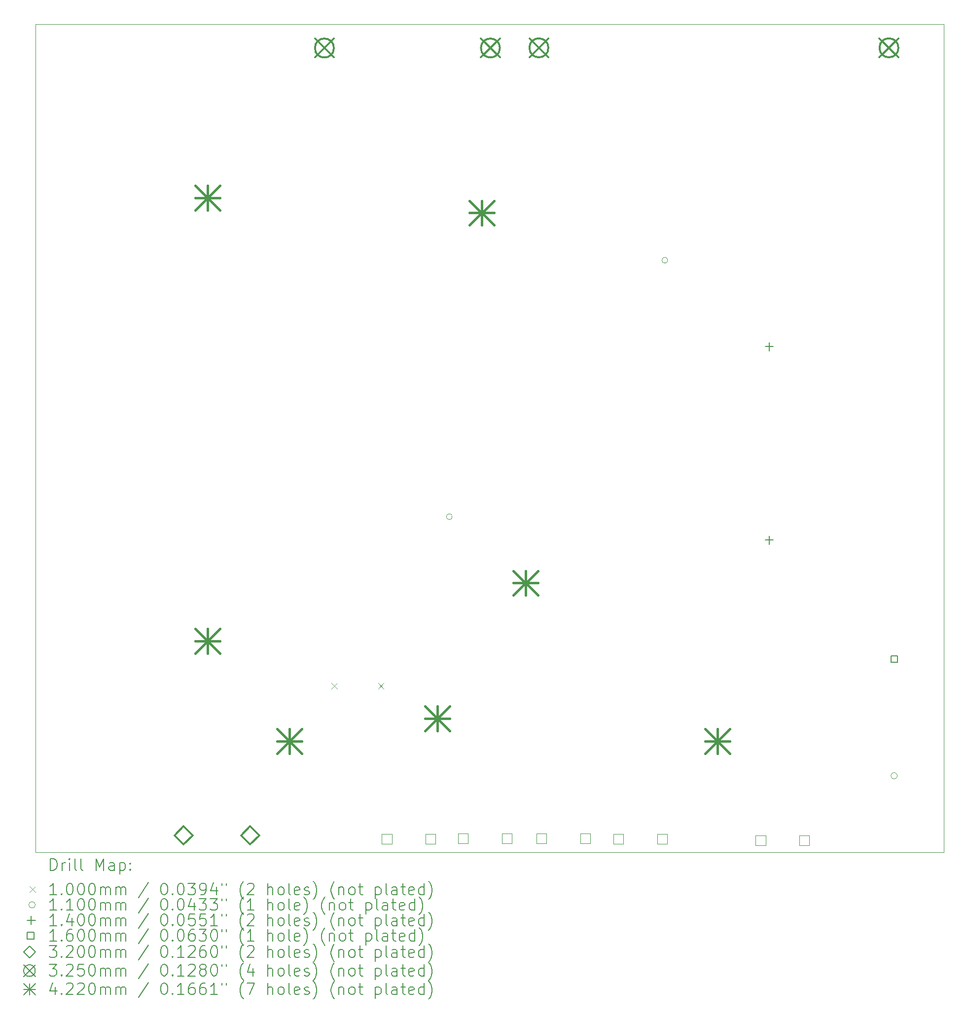
<source format=gbr>
%TF.GenerationSoftware,KiCad,Pcbnew,8.0.0-rc1*%
%TF.CreationDate,2024-01-18T13:04:13+03:00*%
%TF.ProjectId,MXVR_3566,4d585652-5f33-4353-9636-2e6b69636164,REV1*%
%TF.SameCoordinates,Original*%
%TF.FileFunction,Drillmap*%
%TF.FilePolarity,Positive*%
%FSLAX45Y45*%
G04 Gerber Fmt 4.5, Leading zero omitted, Abs format (unit mm)*
G04 Created by KiCad (PCBNEW 8.0.0-rc1) date 2024-01-18 13:04:13*
%MOMM*%
%LPD*%
G01*
G04 APERTURE LIST*
%ADD10C,0.050000*%
%ADD11C,0.200000*%
%ADD12C,0.100000*%
%ADD13C,0.110000*%
%ADD14C,0.140000*%
%ADD15C,0.160000*%
%ADD16C,0.320000*%
%ADD17C,0.325000*%
%ADD18C,0.422000*%
G04 APERTURE END LIST*
D10*
X4747000Y-2555000D02*
X20347000Y-2555000D01*
X20347000Y-16755000D01*
X4747000Y-16755000D01*
X4747000Y-2555000D01*
X10696000Y-16442000D02*
X10866000Y-16442000D01*
X10866000Y-16612000D01*
X10696000Y-16612000D01*
X10696000Y-16442000D01*
X11446000Y-16442000D02*
X11616000Y-16442000D01*
X11616000Y-16612000D01*
X11446000Y-16612000D01*
X11446000Y-16442000D01*
X14672000Y-16443000D02*
X14842000Y-16443000D01*
X14842000Y-16613000D01*
X14672000Y-16613000D01*
X14672000Y-16443000D01*
X15422000Y-16443000D02*
X15592000Y-16443000D01*
X15592000Y-16613000D01*
X15422000Y-16613000D01*
X15422000Y-16443000D01*
X11903500Y-11002000D02*
G75*
G02*
X11803500Y-11002000I-50000J0D01*
G01*
X11803500Y-11002000D02*
G75*
G02*
X11903500Y-11002000I50000J0D01*
G01*
X15603500Y-6602000D02*
G75*
G02*
X15503500Y-6602000I-50000J0D01*
G01*
X15503500Y-6602000D02*
G75*
G02*
X15603500Y-6602000I50000J0D01*
G01*
X12005000Y-16439000D02*
X12175000Y-16439000D01*
X12175000Y-16609000D01*
X12005000Y-16609000D01*
X12005000Y-16439000D01*
X12755000Y-16439000D02*
X12925000Y-16439000D01*
X12925000Y-16609000D01*
X12755000Y-16609000D01*
X12755000Y-16439000D01*
X13352000Y-16439000D02*
X13522000Y-16439000D01*
X13522000Y-16609000D01*
X13352000Y-16609000D01*
X13352000Y-16439000D01*
X14102000Y-16439000D02*
X14272000Y-16439000D01*
X14272000Y-16609000D01*
X14102000Y-16609000D01*
X14102000Y-16439000D01*
X17114000Y-16642000D02*
X17284000Y-16642000D01*
X17284000Y-16472000D01*
X17114000Y-16472000D01*
X17114000Y-16642000D01*
X17864000Y-16642000D02*
X18034000Y-16642000D01*
X18034000Y-16472000D01*
X17864000Y-16472000D01*
X17864000Y-16642000D01*
D11*
D12*
X9832000Y-13856000D02*
X9932000Y-13956000D01*
X9932000Y-13856000D02*
X9832000Y-13956000D01*
X10630000Y-13856000D02*
X10730000Y-13956000D01*
X10730000Y-13856000D02*
X10630000Y-13956000D01*
D13*
X19545990Y-15446500D02*
G75*
G02*
X19435990Y-15446500I-55000J0D01*
G01*
X19435990Y-15446500D02*
G75*
G02*
X19545990Y-15446500I55000J0D01*
G01*
D14*
X17348000Y-8013000D02*
X17348000Y-8153000D01*
X17278000Y-8083000D02*
X17418000Y-8083000D01*
X17348000Y-11332000D02*
X17348000Y-11472000D01*
X17278000Y-11402000D02*
X17418000Y-11402000D01*
D15*
X19547559Y-13503069D02*
X19547559Y-13389931D01*
X19434421Y-13389931D01*
X19434421Y-13503069D01*
X19547559Y-13503069D01*
D16*
X7292750Y-16627500D02*
X7452750Y-16467500D01*
X7292750Y-16307500D01*
X7132750Y-16467500D01*
X7292750Y-16627500D01*
X8435750Y-16627500D02*
X8595750Y-16467500D01*
X8435750Y-16307500D01*
X8275750Y-16467500D01*
X8435750Y-16627500D01*
D17*
X9546500Y-2798500D02*
X9871500Y-3123500D01*
X9871500Y-2798500D02*
X9546500Y-3123500D01*
X9871500Y-2961000D02*
G75*
G02*
X9546500Y-2961000I-162500J0D01*
G01*
X9546500Y-2961000D02*
G75*
G02*
X9871500Y-2961000I162500J0D01*
G01*
X12396500Y-2798500D02*
X12721500Y-3123500D01*
X12721500Y-2798500D02*
X12396500Y-3123500D01*
X12721500Y-2961000D02*
G75*
G02*
X12396500Y-2961000I-162500J0D01*
G01*
X12396500Y-2961000D02*
G75*
G02*
X12721500Y-2961000I162500J0D01*
G01*
X13229000Y-2795500D02*
X13554000Y-3120500D01*
X13554000Y-2795500D02*
X13229000Y-3120500D01*
X13554000Y-2958000D02*
G75*
G02*
X13229000Y-2958000I-162500J0D01*
G01*
X13229000Y-2958000D02*
G75*
G02*
X13554000Y-2958000I162500J0D01*
G01*
X19239000Y-2795500D02*
X19564000Y-3120500D01*
X19564000Y-2795500D02*
X19239000Y-3120500D01*
X19564000Y-2958000D02*
G75*
G02*
X19239000Y-2958000I-162500J0D01*
G01*
X19239000Y-2958000D02*
G75*
G02*
X19564000Y-2958000I162500J0D01*
G01*
D18*
X7489000Y-5324000D02*
X7911000Y-5746000D01*
X7911000Y-5324000D02*
X7489000Y-5746000D01*
X7700000Y-5324000D02*
X7700000Y-5746000D01*
X7489000Y-5535000D02*
X7911000Y-5535000D01*
X7489000Y-12924000D02*
X7911000Y-13346000D01*
X7911000Y-12924000D02*
X7489000Y-13346000D01*
X7700000Y-12924000D02*
X7700000Y-13346000D01*
X7489000Y-13135000D02*
X7911000Y-13135000D01*
X8896000Y-14644000D02*
X9318000Y-15066000D01*
X9318000Y-14644000D02*
X8896000Y-15066000D01*
X9107000Y-14644000D02*
X9107000Y-15066000D01*
X8896000Y-14855000D02*
X9318000Y-14855000D01*
X11435501Y-14250500D02*
X11857501Y-14672500D01*
X11857501Y-14250500D02*
X11435501Y-14672500D01*
X11646501Y-14250500D02*
X11646501Y-14672500D01*
X11435501Y-14461500D02*
X11857501Y-14461500D01*
X12203000Y-5579000D02*
X12625000Y-6001000D01*
X12625000Y-5579000D02*
X12203000Y-6001000D01*
X12414000Y-5579000D02*
X12414000Y-6001000D01*
X12203000Y-5790000D02*
X12625000Y-5790000D01*
X12951000Y-11929000D02*
X13373000Y-12351000D01*
X13373000Y-11929000D02*
X12951000Y-12351000D01*
X13162000Y-11929000D02*
X13162000Y-12351000D01*
X12951000Y-12140000D02*
X13373000Y-12140000D01*
X16246000Y-14644000D02*
X16668000Y-15066000D01*
X16668000Y-14644000D02*
X16246000Y-15066000D01*
X16457000Y-14644000D02*
X16457000Y-15066000D01*
X16246000Y-14855000D02*
X16668000Y-14855000D01*
D11*
X5005277Y-17068984D02*
X5005277Y-16868984D01*
X5005277Y-16868984D02*
X5052896Y-16868984D01*
X5052896Y-16868984D02*
X5081467Y-16878508D01*
X5081467Y-16878508D02*
X5100515Y-16897555D01*
X5100515Y-16897555D02*
X5110039Y-16916603D01*
X5110039Y-16916603D02*
X5119563Y-16954698D01*
X5119563Y-16954698D02*
X5119563Y-16983270D01*
X5119563Y-16983270D02*
X5110039Y-17021365D01*
X5110039Y-17021365D02*
X5100515Y-17040412D01*
X5100515Y-17040412D02*
X5081467Y-17059460D01*
X5081467Y-17059460D02*
X5052896Y-17068984D01*
X5052896Y-17068984D02*
X5005277Y-17068984D01*
X5205277Y-17068984D02*
X5205277Y-16935650D01*
X5205277Y-16973746D02*
X5214801Y-16954698D01*
X5214801Y-16954698D02*
X5224324Y-16945174D01*
X5224324Y-16945174D02*
X5243372Y-16935650D01*
X5243372Y-16935650D02*
X5262420Y-16935650D01*
X5329086Y-17068984D02*
X5329086Y-16935650D01*
X5329086Y-16868984D02*
X5319563Y-16878508D01*
X5319563Y-16878508D02*
X5329086Y-16888031D01*
X5329086Y-16888031D02*
X5338610Y-16878508D01*
X5338610Y-16878508D02*
X5329086Y-16868984D01*
X5329086Y-16868984D02*
X5329086Y-16888031D01*
X5452896Y-17068984D02*
X5433848Y-17059460D01*
X5433848Y-17059460D02*
X5424324Y-17040412D01*
X5424324Y-17040412D02*
X5424324Y-16868984D01*
X5557658Y-17068984D02*
X5538610Y-17059460D01*
X5538610Y-17059460D02*
X5529086Y-17040412D01*
X5529086Y-17040412D02*
X5529086Y-16868984D01*
X5786229Y-17068984D02*
X5786229Y-16868984D01*
X5786229Y-16868984D02*
X5852896Y-17011841D01*
X5852896Y-17011841D02*
X5919562Y-16868984D01*
X5919562Y-16868984D02*
X5919562Y-17068984D01*
X6100515Y-17068984D02*
X6100515Y-16964222D01*
X6100515Y-16964222D02*
X6090991Y-16945174D01*
X6090991Y-16945174D02*
X6071943Y-16935650D01*
X6071943Y-16935650D02*
X6033848Y-16935650D01*
X6033848Y-16935650D02*
X6014801Y-16945174D01*
X6100515Y-17059460D02*
X6081467Y-17068984D01*
X6081467Y-17068984D02*
X6033848Y-17068984D01*
X6033848Y-17068984D02*
X6014801Y-17059460D01*
X6014801Y-17059460D02*
X6005277Y-17040412D01*
X6005277Y-17040412D02*
X6005277Y-17021365D01*
X6005277Y-17021365D02*
X6014801Y-17002317D01*
X6014801Y-17002317D02*
X6033848Y-16992793D01*
X6033848Y-16992793D02*
X6081467Y-16992793D01*
X6081467Y-16992793D02*
X6100515Y-16983270D01*
X6195753Y-16935650D02*
X6195753Y-17135650D01*
X6195753Y-16945174D02*
X6214801Y-16935650D01*
X6214801Y-16935650D02*
X6252896Y-16935650D01*
X6252896Y-16935650D02*
X6271943Y-16945174D01*
X6271943Y-16945174D02*
X6281467Y-16954698D01*
X6281467Y-16954698D02*
X6290991Y-16973746D01*
X6290991Y-16973746D02*
X6290991Y-17030889D01*
X6290991Y-17030889D02*
X6281467Y-17049936D01*
X6281467Y-17049936D02*
X6271943Y-17059460D01*
X6271943Y-17059460D02*
X6252896Y-17068984D01*
X6252896Y-17068984D02*
X6214801Y-17068984D01*
X6214801Y-17068984D02*
X6195753Y-17059460D01*
X6376705Y-17049936D02*
X6386229Y-17059460D01*
X6386229Y-17059460D02*
X6376705Y-17068984D01*
X6376705Y-17068984D02*
X6367182Y-17059460D01*
X6367182Y-17059460D02*
X6376705Y-17049936D01*
X6376705Y-17049936D02*
X6376705Y-17068984D01*
X6376705Y-16945174D02*
X6386229Y-16954698D01*
X6386229Y-16954698D02*
X6376705Y-16964222D01*
X6376705Y-16964222D02*
X6367182Y-16954698D01*
X6367182Y-16954698D02*
X6376705Y-16945174D01*
X6376705Y-16945174D02*
X6376705Y-16964222D01*
D12*
X4644500Y-17347500D02*
X4744500Y-17447500D01*
X4744500Y-17347500D02*
X4644500Y-17447500D01*
D11*
X5110039Y-17488984D02*
X4995753Y-17488984D01*
X5052896Y-17488984D02*
X5052896Y-17288984D01*
X5052896Y-17288984D02*
X5033848Y-17317555D01*
X5033848Y-17317555D02*
X5014801Y-17336603D01*
X5014801Y-17336603D02*
X4995753Y-17346127D01*
X5195753Y-17469936D02*
X5205277Y-17479460D01*
X5205277Y-17479460D02*
X5195753Y-17488984D01*
X5195753Y-17488984D02*
X5186229Y-17479460D01*
X5186229Y-17479460D02*
X5195753Y-17469936D01*
X5195753Y-17469936D02*
X5195753Y-17488984D01*
X5329086Y-17288984D02*
X5348134Y-17288984D01*
X5348134Y-17288984D02*
X5367182Y-17298508D01*
X5367182Y-17298508D02*
X5376705Y-17308031D01*
X5376705Y-17308031D02*
X5386229Y-17327079D01*
X5386229Y-17327079D02*
X5395753Y-17365174D01*
X5395753Y-17365174D02*
X5395753Y-17412793D01*
X5395753Y-17412793D02*
X5386229Y-17450889D01*
X5386229Y-17450889D02*
X5376705Y-17469936D01*
X5376705Y-17469936D02*
X5367182Y-17479460D01*
X5367182Y-17479460D02*
X5348134Y-17488984D01*
X5348134Y-17488984D02*
X5329086Y-17488984D01*
X5329086Y-17488984D02*
X5310039Y-17479460D01*
X5310039Y-17479460D02*
X5300515Y-17469936D01*
X5300515Y-17469936D02*
X5290991Y-17450889D01*
X5290991Y-17450889D02*
X5281467Y-17412793D01*
X5281467Y-17412793D02*
X5281467Y-17365174D01*
X5281467Y-17365174D02*
X5290991Y-17327079D01*
X5290991Y-17327079D02*
X5300515Y-17308031D01*
X5300515Y-17308031D02*
X5310039Y-17298508D01*
X5310039Y-17298508D02*
X5329086Y-17288984D01*
X5519563Y-17288984D02*
X5538610Y-17288984D01*
X5538610Y-17288984D02*
X5557658Y-17298508D01*
X5557658Y-17298508D02*
X5567182Y-17308031D01*
X5567182Y-17308031D02*
X5576705Y-17327079D01*
X5576705Y-17327079D02*
X5586229Y-17365174D01*
X5586229Y-17365174D02*
X5586229Y-17412793D01*
X5586229Y-17412793D02*
X5576705Y-17450889D01*
X5576705Y-17450889D02*
X5567182Y-17469936D01*
X5567182Y-17469936D02*
X5557658Y-17479460D01*
X5557658Y-17479460D02*
X5538610Y-17488984D01*
X5538610Y-17488984D02*
X5519563Y-17488984D01*
X5519563Y-17488984D02*
X5500515Y-17479460D01*
X5500515Y-17479460D02*
X5490991Y-17469936D01*
X5490991Y-17469936D02*
X5481467Y-17450889D01*
X5481467Y-17450889D02*
X5471944Y-17412793D01*
X5471944Y-17412793D02*
X5471944Y-17365174D01*
X5471944Y-17365174D02*
X5481467Y-17327079D01*
X5481467Y-17327079D02*
X5490991Y-17308031D01*
X5490991Y-17308031D02*
X5500515Y-17298508D01*
X5500515Y-17298508D02*
X5519563Y-17288984D01*
X5710039Y-17288984D02*
X5729086Y-17288984D01*
X5729086Y-17288984D02*
X5748134Y-17298508D01*
X5748134Y-17298508D02*
X5757658Y-17308031D01*
X5757658Y-17308031D02*
X5767182Y-17327079D01*
X5767182Y-17327079D02*
X5776705Y-17365174D01*
X5776705Y-17365174D02*
X5776705Y-17412793D01*
X5776705Y-17412793D02*
X5767182Y-17450889D01*
X5767182Y-17450889D02*
X5757658Y-17469936D01*
X5757658Y-17469936D02*
X5748134Y-17479460D01*
X5748134Y-17479460D02*
X5729086Y-17488984D01*
X5729086Y-17488984D02*
X5710039Y-17488984D01*
X5710039Y-17488984D02*
X5690991Y-17479460D01*
X5690991Y-17479460D02*
X5681467Y-17469936D01*
X5681467Y-17469936D02*
X5671943Y-17450889D01*
X5671943Y-17450889D02*
X5662420Y-17412793D01*
X5662420Y-17412793D02*
X5662420Y-17365174D01*
X5662420Y-17365174D02*
X5671943Y-17327079D01*
X5671943Y-17327079D02*
X5681467Y-17308031D01*
X5681467Y-17308031D02*
X5690991Y-17298508D01*
X5690991Y-17298508D02*
X5710039Y-17288984D01*
X5862420Y-17488984D02*
X5862420Y-17355650D01*
X5862420Y-17374698D02*
X5871943Y-17365174D01*
X5871943Y-17365174D02*
X5890991Y-17355650D01*
X5890991Y-17355650D02*
X5919563Y-17355650D01*
X5919563Y-17355650D02*
X5938610Y-17365174D01*
X5938610Y-17365174D02*
X5948134Y-17384222D01*
X5948134Y-17384222D02*
X5948134Y-17488984D01*
X5948134Y-17384222D02*
X5957658Y-17365174D01*
X5957658Y-17365174D02*
X5976705Y-17355650D01*
X5976705Y-17355650D02*
X6005277Y-17355650D01*
X6005277Y-17355650D02*
X6024324Y-17365174D01*
X6024324Y-17365174D02*
X6033848Y-17384222D01*
X6033848Y-17384222D02*
X6033848Y-17488984D01*
X6129086Y-17488984D02*
X6129086Y-17355650D01*
X6129086Y-17374698D02*
X6138610Y-17365174D01*
X6138610Y-17365174D02*
X6157658Y-17355650D01*
X6157658Y-17355650D02*
X6186229Y-17355650D01*
X6186229Y-17355650D02*
X6205277Y-17365174D01*
X6205277Y-17365174D02*
X6214801Y-17384222D01*
X6214801Y-17384222D02*
X6214801Y-17488984D01*
X6214801Y-17384222D02*
X6224324Y-17365174D01*
X6224324Y-17365174D02*
X6243372Y-17355650D01*
X6243372Y-17355650D02*
X6271943Y-17355650D01*
X6271943Y-17355650D02*
X6290991Y-17365174D01*
X6290991Y-17365174D02*
X6300515Y-17384222D01*
X6300515Y-17384222D02*
X6300515Y-17488984D01*
X6690991Y-17279460D02*
X6519563Y-17536603D01*
X6948134Y-17288984D02*
X6967182Y-17288984D01*
X6967182Y-17288984D02*
X6986229Y-17298508D01*
X6986229Y-17298508D02*
X6995753Y-17308031D01*
X6995753Y-17308031D02*
X7005277Y-17327079D01*
X7005277Y-17327079D02*
X7014801Y-17365174D01*
X7014801Y-17365174D02*
X7014801Y-17412793D01*
X7014801Y-17412793D02*
X7005277Y-17450889D01*
X7005277Y-17450889D02*
X6995753Y-17469936D01*
X6995753Y-17469936D02*
X6986229Y-17479460D01*
X6986229Y-17479460D02*
X6967182Y-17488984D01*
X6967182Y-17488984D02*
X6948134Y-17488984D01*
X6948134Y-17488984D02*
X6929086Y-17479460D01*
X6929086Y-17479460D02*
X6919563Y-17469936D01*
X6919563Y-17469936D02*
X6910039Y-17450889D01*
X6910039Y-17450889D02*
X6900515Y-17412793D01*
X6900515Y-17412793D02*
X6900515Y-17365174D01*
X6900515Y-17365174D02*
X6910039Y-17327079D01*
X6910039Y-17327079D02*
X6919563Y-17308031D01*
X6919563Y-17308031D02*
X6929086Y-17298508D01*
X6929086Y-17298508D02*
X6948134Y-17288984D01*
X7100515Y-17469936D02*
X7110039Y-17479460D01*
X7110039Y-17479460D02*
X7100515Y-17488984D01*
X7100515Y-17488984D02*
X7090991Y-17479460D01*
X7090991Y-17479460D02*
X7100515Y-17469936D01*
X7100515Y-17469936D02*
X7100515Y-17488984D01*
X7233848Y-17288984D02*
X7252896Y-17288984D01*
X7252896Y-17288984D02*
X7271944Y-17298508D01*
X7271944Y-17298508D02*
X7281467Y-17308031D01*
X7281467Y-17308031D02*
X7290991Y-17327079D01*
X7290991Y-17327079D02*
X7300515Y-17365174D01*
X7300515Y-17365174D02*
X7300515Y-17412793D01*
X7300515Y-17412793D02*
X7290991Y-17450889D01*
X7290991Y-17450889D02*
X7281467Y-17469936D01*
X7281467Y-17469936D02*
X7271944Y-17479460D01*
X7271944Y-17479460D02*
X7252896Y-17488984D01*
X7252896Y-17488984D02*
X7233848Y-17488984D01*
X7233848Y-17488984D02*
X7214801Y-17479460D01*
X7214801Y-17479460D02*
X7205277Y-17469936D01*
X7205277Y-17469936D02*
X7195753Y-17450889D01*
X7195753Y-17450889D02*
X7186229Y-17412793D01*
X7186229Y-17412793D02*
X7186229Y-17365174D01*
X7186229Y-17365174D02*
X7195753Y-17327079D01*
X7195753Y-17327079D02*
X7205277Y-17308031D01*
X7205277Y-17308031D02*
X7214801Y-17298508D01*
X7214801Y-17298508D02*
X7233848Y-17288984D01*
X7367182Y-17288984D02*
X7490991Y-17288984D01*
X7490991Y-17288984D02*
X7424325Y-17365174D01*
X7424325Y-17365174D02*
X7452896Y-17365174D01*
X7452896Y-17365174D02*
X7471944Y-17374698D01*
X7471944Y-17374698D02*
X7481467Y-17384222D01*
X7481467Y-17384222D02*
X7490991Y-17403270D01*
X7490991Y-17403270D02*
X7490991Y-17450889D01*
X7490991Y-17450889D02*
X7481467Y-17469936D01*
X7481467Y-17469936D02*
X7471944Y-17479460D01*
X7471944Y-17479460D02*
X7452896Y-17488984D01*
X7452896Y-17488984D02*
X7395753Y-17488984D01*
X7395753Y-17488984D02*
X7376706Y-17479460D01*
X7376706Y-17479460D02*
X7367182Y-17469936D01*
X7586229Y-17488984D02*
X7624325Y-17488984D01*
X7624325Y-17488984D02*
X7643372Y-17479460D01*
X7643372Y-17479460D02*
X7652896Y-17469936D01*
X7652896Y-17469936D02*
X7671944Y-17441365D01*
X7671944Y-17441365D02*
X7681467Y-17403270D01*
X7681467Y-17403270D02*
X7681467Y-17327079D01*
X7681467Y-17327079D02*
X7671944Y-17308031D01*
X7671944Y-17308031D02*
X7662420Y-17298508D01*
X7662420Y-17298508D02*
X7643372Y-17288984D01*
X7643372Y-17288984D02*
X7605277Y-17288984D01*
X7605277Y-17288984D02*
X7586229Y-17298508D01*
X7586229Y-17298508D02*
X7576706Y-17308031D01*
X7576706Y-17308031D02*
X7567182Y-17327079D01*
X7567182Y-17327079D02*
X7567182Y-17374698D01*
X7567182Y-17374698D02*
X7576706Y-17393746D01*
X7576706Y-17393746D02*
X7586229Y-17403270D01*
X7586229Y-17403270D02*
X7605277Y-17412793D01*
X7605277Y-17412793D02*
X7643372Y-17412793D01*
X7643372Y-17412793D02*
X7662420Y-17403270D01*
X7662420Y-17403270D02*
X7671944Y-17393746D01*
X7671944Y-17393746D02*
X7681467Y-17374698D01*
X7852896Y-17355650D02*
X7852896Y-17488984D01*
X7805277Y-17279460D02*
X7757658Y-17422317D01*
X7757658Y-17422317D02*
X7881467Y-17422317D01*
X7948134Y-17288984D02*
X7948134Y-17327079D01*
X8024325Y-17288984D02*
X8024325Y-17327079D01*
X8319563Y-17565174D02*
X8310039Y-17555650D01*
X8310039Y-17555650D02*
X8290991Y-17527079D01*
X8290991Y-17527079D02*
X8281468Y-17508031D01*
X8281468Y-17508031D02*
X8271944Y-17479460D01*
X8271944Y-17479460D02*
X8262420Y-17431841D01*
X8262420Y-17431841D02*
X8262420Y-17393746D01*
X8262420Y-17393746D02*
X8271944Y-17346127D01*
X8271944Y-17346127D02*
X8281468Y-17317555D01*
X8281468Y-17317555D02*
X8290991Y-17298508D01*
X8290991Y-17298508D02*
X8310039Y-17269936D01*
X8310039Y-17269936D02*
X8319563Y-17260412D01*
X8386229Y-17308031D02*
X8395753Y-17298508D01*
X8395753Y-17298508D02*
X8414801Y-17288984D01*
X8414801Y-17288984D02*
X8462420Y-17288984D01*
X8462420Y-17288984D02*
X8481468Y-17298508D01*
X8481468Y-17298508D02*
X8490991Y-17308031D01*
X8490991Y-17308031D02*
X8500515Y-17327079D01*
X8500515Y-17327079D02*
X8500515Y-17346127D01*
X8500515Y-17346127D02*
X8490991Y-17374698D01*
X8490991Y-17374698D02*
X8376706Y-17488984D01*
X8376706Y-17488984D02*
X8500515Y-17488984D01*
X8738611Y-17488984D02*
X8738611Y-17288984D01*
X8824325Y-17488984D02*
X8824325Y-17384222D01*
X8824325Y-17384222D02*
X8814801Y-17365174D01*
X8814801Y-17365174D02*
X8795753Y-17355650D01*
X8795753Y-17355650D02*
X8767182Y-17355650D01*
X8767182Y-17355650D02*
X8748134Y-17365174D01*
X8748134Y-17365174D02*
X8738611Y-17374698D01*
X8948134Y-17488984D02*
X8929087Y-17479460D01*
X8929087Y-17479460D02*
X8919563Y-17469936D01*
X8919563Y-17469936D02*
X8910039Y-17450889D01*
X8910039Y-17450889D02*
X8910039Y-17393746D01*
X8910039Y-17393746D02*
X8919563Y-17374698D01*
X8919563Y-17374698D02*
X8929087Y-17365174D01*
X8929087Y-17365174D02*
X8948134Y-17355650D01*
X8948134Y-17355650D02*
X8976706Y-17355650D01*
X8976706Y-17355650D02*
X8995753Y-17365174D01*
X8995753Y-17365174D02*
X9005277Y-17374698D01*
X9005277Y-17374698D02*
X9014801Y-17393746D01*
X9014801Y-17393746D02*
X9014801Y-17450889D01*
X9014801Y-17450889D02*
X9005277Y-17469936D01*
X9005277Y-17469936D02*
X8995753Y-17479460D01*
X8995753Y-17479460D02*
X8976706Y-17488984D01*
X8976706Y-17488984D02*
X8948134Y-17488984D01*
X9129087Y-17488984D02*
X9110039Y-17479460D01*
X9110039Y-17479460D02*
X9100515Y-17460412D01*
X9100515Y-17460412D02*
X9100515Y-17288984D01*
X9281468Y-17479460D02*
X9262420Y-17488984D01*
X9262420Y-17488984D02*
X9224325Y-17488984D01*
X9224325Y-17488984D02*
X9205277Y-17479460D01*
X9205277Y-17479460D02*
X9195753Y-17460412D01*
X9195753Y-17460412D02*
X9195753Y-17384222D01*
X9195753Y-17384222D02*
X9205277Y-17365174D01*
X9205277Y-17365174D02*
X9224325Y-17355650D01*
X9224325Y-17355650D02*
X9262420Y-17355650D01*
X9262420Y-17355650D02*
X9281468Y-17365174D01*
X9281468Y-17365174D02*
X9290992Y-17384222D01*
X9290992Y-17384222D02*
X9290992Y-17403270D01*
X9290992Y-17403270D02*
X9195753Y-17422317D01*
X9367182Y-17479460D02*
X9386230Y-17488984D01*
X9386230Y-17488984D02*
X9424325Y-17488984D01*
X9424325Y-17488984D02*
X9443373Y-17479460D01*
X9443373Y-17479460D02*
X9452896Y-17460412D01*
X9452896Y-17460412D02*
X9452896Y-17450889D01*
X9452896Y-17450889D02*
X9443373Y-17431841D01*
X9443373Y-17431841D02*
X9424325Y-17422317D01*
X9424325Y-17422317D02*
X9395753Y-17422317D01*
X9395753Y-17422317D02*
X9376706Y-17412793D01*
X9376706Y-17412793D02*
X9367182Y-17393746D01*
X9367182Y-17393746D02*
X9367182Y-17384222D01*
X9367182Y-17384222D02*
X9376706Y-17365174D01*
X9376706Y-17365174D02*
X9395753Y-17355650D01*
X9395753Y-17355650D02*
X9424325Y-17355650D01*
X9424325Y-17355650D02*
X9443373Y-17365174D01*
X9519563Y-17565174D02*
X9529087Y-17555650D01*
X9529087Y-17555650D02*
X9548134Y-17527079D01*
X9548134Y-17527079D02*
X9557658Y-17508031D01*
X9557658Y-17508031D02*
X9567182Y-17479460D01*
X9567182Y-17479460D02*
X9576706Y-17431841D01*
X9576706Y-17431841D02*
X9576706Y-17393746D01*
X9576706Y-17393746D02*
X9567182Y-17346127D01*
X9567182Y-17346127D02*
X9557658Y-17317555D01*
X9557658Y-17317555D02*
X9548134Y-17298508D01*
X9548134Y-17298508D02*
X9529087Y-17269936D01*
X9529087Y-17269936D02*
X9519563Y-17260412D01*
X9881468Y-17565174D02*
X9871944Y-17555650D01*
X9871944Y-17555650D02*
X9852896Y-17527079D01*
X9852896Y-17527079D02*
X9843373Y-17508031D01*
X9843373Y-17508031D02*
X9833849Y-17479460D01*
X9833849Y-17479460D02*
X9824325Y-17431841D01*
X9824325Y-17431841D02*
X9824325Y-17393746D01*
X9824325Y-17393746D02*
X9833849Y-17346127D01*
X9833849Y-17346127D02*
X9843373Y-17317555D01*
X9843373Y-17317555D02*
X9852896Y-17298508D01*
X9852896Y-17298508D02*
X9871944Y-17269936D01*
X9871944Y-17269936D02*
X9881468Y-17260412D01*
X9957658Y-17355650D02*
X9957658Y-17488984D01*
X9957658Y-17374698D02*
X9967182Y-17365174D01*
X9967182Y-17365174D02*
X9986230Y-17355650D01*
X9986230Y-17355650D02*
X10014801Y-17355650D01*
X10014801Y-17355650D02*
X10033849Y-17365174D01*
X10033849Y-17365174D02*
X10043373Y-17384222D01*
X10043373Y-17384222D02*
X10043373Y-17488984D01*
X10167182Y-17488984D02*
X10148134Y-17479460D01*
X10148134Y-17479460D02*
X10138611Y-17469936D01*
X10138611Y-17469936D02*
X10129087Y-17450889D01*
X10129087Y-17450889D02*
X10129087Y-17393746D01*
X10129087Y-17393746D02*
X10138611Y-17374698D01*
X10138611Y-17374698D02*
X10148134Y-17365174D01*
X10148134Y-17365174D02*
X10167182Y-17355650D01*
X10167182Y-17355650D02*
X10195754Y-17355650D01*
X10195754Y-17355650D02*
X10214801Y-17365174D01*
X10214801Y-17365174D02*
X10224325Y-17374698D01*
X10224325Y-17374698D02*
X10233849Y-17393746D01*
X10233849Y-17393746D02*
X10233849Y-17450889D01*
X10233849Y-17450889D02*
X10224325Y-17469936D01*
X10224325Y-17469936D02*
X10214801Y-17479460D01*
X10214801Y-17479460D02*
X10195754Y-17488984D01*
X10195754Y-17488984D02*
X10167182Y-17488984D01*
X10290992Y-17355650D02*
X10367182Y-17355650D01*
X10319563Y-17288984D02*
X10319563Y-17460412D01*
X10319563Y-17460412D02*
X10329087Y-17479460D01*
X10329087Y-17479460D02*
X10348134Y-17488984D01*
X10348134Y-17488984D02*
X10367182Y-17488984D01*
X10586230Y-17355650D02*
X10586230Y-17555650D01*
X10586230Y-17365174D02*
X10605277Y-17355650D01*
X10605277Y-17355650D02*
X10643373Y-17355650D01*
X10643373Y-17355650D02*
X10662420Y-17365174D01*
X10662420Y-17365174D02*
X10671944Y-17374698D01*
X10671944Y-17374698D02*
X10681468Y-17393746D01*
X10681468Y-17393746D02*
X10681468Y-17450889D01*
X10681468Y-17450889D02*
X10671944Y-17469936D01*
X10671944Y-17469936D02*
X10662420Y-17479460D01*
X10662420Y-17479460D02*
X10643373Y-17488984D01*
X10643373Y-17488984D02*
X10605277Y-17488984D01*
X10605277Y-17488984D02*
X10586230Y-17479460D01*
X10795754Y-17488984D02*
X10776706Y-17479460D01*
X10776706Y-17479460D02*
X10767182Y-17460412D01*
X10767182Y-17460412D02*
X10767182Y-17288984D01*
X10957658Y-17488984D02*
X10957658Y-17384222D01*
X10957658Y-17384222D02*
X10948135Y-17365174D01*
X10948135Y-17365174D02*
X10929087Y-17355650D01*
X10929087Y-17355650D02*
X10890992Y-17355650D01*
X10890992Y-17355650D02*
X10871944Y-17365174D01*
X10957658Y-17479460D02*
X10938611Y-17488984D01*
X10938611Y-17488984D02*
X10890992Y-17488984D01*
X10890992Y-17488984D02*
X10871944Y-17479460D01*
X10871944Y-17479460D02*
X10862420Y-17460412D01*
X10862420Y-17460412D02*
X10862420Y-17441365D01*
X10862420Y-17441365D02*
X10871944Y-17422317D01*
X10871944Y-17422317D02*
X10890992Y-17412793D01*
X10890992Y-17412793D02*
X10938611Y-17412793D01*
X10938611Y-17412793D02*
X10957658Y-17403270D01*
X11024325Y-17355650D02*
X11100515Y-17355650D01*
X11052896Y-17288984D02*
X11052896Y-17460412D01*
X11052896Y-17460412D02*
X11062420Y-17479460D01*
X11062420Y-17479460D02*
X11081468Y-17488984D01*
X11081468Y-17488984D02*
X11100515Y-17488984D01*
X11243373Y-17479460D02*
X11224325Y-17488984D01*
X11224325Y-17488984D02*
X11186230Y-17488984D01*
X11186230Y-17488984D02*
X11167182Y-17479460D01*
X11167182Y-17479460D02*
X11157658Y-17460412D01*
X11157658Y-17460412D02*
X11157658Y-17384222D01*
X11157658Y-17384222D02*
X11167182Y-17365174D01*
X11167182Y-17365174D02*
X11186230Y-17355650D01*
X11186230Y-17355650D02*
X11224325Y-17355650D01*
X11224325Y-17355650D02*
X11243373Y-17365174D01*
X11243373Y-17365174D02*
X11252896Y-17384222D01*
X11252896Y-17384222D02*
X11252896Y-17403270D01*
X11252896Y-17403270D02*
X11157658Y-17422317D01*
X11424325Y-17488984D02*
X11424325Y-17288984D01*
X11424325Y-17479460D02*
X11405277Y-17488984D01*
X11405277Y-17488984D02*
X11367182Y-17488984D01*
X11367182Y-17488984D02*
X11348134Y-17479460D01*
X11348134Y-17479460D02*
X11338611Y-17469936D01*
X11338611Y-17469936D02*
X11329087Y-17450889D01*
X11329087Y-17450889D02*
X11329087Y-17393746D01*
X11329087Y-17393746D02*
X11338611Y-17374698D01*
X11338611Y-17374698D02*
X11348134Y-17365174D01*
X11348134Y-17365174D02*
X11367182Y-17355650D01*
X11367182Y-17355650D02*
X11405277Y-17355650D01*
X11405277Y-17355650D02*
X11424325Y-17365174D01*
X11500515Y-17565174D02*
X11510039Y-17555650D01*
X11510039Y-17555650D02*
X11529087Y-17527079D01*
X11529087Y-17527079D02*
X11538611Y-17508031D01*
X11538611Y-17508031D02*
X11548134Y-17479460D01*
X11548134Y-17479460D02*
X11557658Y-17431841D01*
X11557658Y-17431841D02*
X11557658Y-17393746D01*
X11557658Y-17393746D02*
X11548134Y-17346127D01*
X11548134Y-17346127D02*
X11538611Y-17317555D01*
X11538611Y-17317555D02*
X11529087Y-17298508D01*
X11529087Y-17298508D02*
X11510039Y-17269936D01*
X11510039Y-17269936D02*
X11500515Y-17260412D01*
D13*
X4744500Y-17661500D02*
G75*
G02*
X4634500Y-17661500I-55000J0D01*
G01*
X4634500Y-17661500D02*
G75*
G02*
X4744500Y-17661500I55000J0D01*
G01*
D11*
X5110039Y-17752984D02*
X4995753Y-17752984D01*
X5052896Y-17752984D02*
X5052896Y-17552984D01*
X5052896Y-17552984D02*
X5033848Y-17581555D01*
X5033848Y-17581555D02*
X5014801Y-17600603D01*
X5014801Y-17600603D02*
X4995753Y-17610127D01*
X5195753Y-17733936D02*
X5205277Y-17743460D01*
X5205277Y-17743460D02*
X5195753Y-17752984D01*
X5195753Y-17752984D02*
X5186229Y-17743460D01*
X5186229Y-17743460D02*
X5195753Y-17733936D01*
X5195753Y-17733936D02*
X5195753Y-17752984D01*
X5395753Y-17752984D02*
X5281467Y-17752984D01*
X5338610Y-17752984D02*
X5338610Y-17552984D01*
X5338610Y-17552984D02*
X5319563Y-17581555D01*
X5319563Y-17581555D02*
X5300515Y-17600603D01*
X5300515Y-17600603D02*
X5281467Y-17610127D01*
X5519563Y-17552984D02*
X5538610Y-17552984D01*
X5538610Y-17552984D02*
X5557658Y-17562508D01*
X5557658Y-17562508D02*
X5567182Y-17572031D01*
X5567182Y-17572031D02*
X5576705Y-17591079D01*
X5576705Y-17591079D02*
X5586229Y-17629174D01*
X5586229Y-17629174D02*
X5586229Y-17676793D01*
X5586229Y-17676793D02*
X5576705Y-17714889D01*
X5576705Y-17714889D02*
X5567182Y-17733936D01*
X5567182Y-17733936D02*
X5557658Y-17743460D01*
X5557658Y-17743460D02*
X5538610Y-17752984D01*
X5538610Y-17752984D02*
X5519563Y-17752984D01*
X5519563Y-17752984D02*
X5500515Y-17743460D01*
X5500515Y-17743460D02*
X5490991Y-17733936D01*
X5490991Y-17733936D02*
X5481467Y-17714889D01*
X5481467Y-17714889D02*
X5471944Y-17676793D01*
X5471944Y-17676793D02*
X5471944Y-17629174D01*
X5471944Y-17629174D02*
X5481467Y-17591079D01*
X5481467Y-17591079D02*
X5490991Y-17572031D01*
X5490991Y-17572031D02*
X5500515Y-17562508D01*
X5500515Y-17562508D02*
X5519563Y-17552984D01*
X5710039Y-17552984D02*
X5729086Y-17552984D01*
X5729086Y-17552984D02*
X5748134Y-17562508D01*
X5748134Y-17562508D02*
X5757658Y-17572031D01*
X5757658Y-17572031D02*
X5767182Y-17591079D01*
X5767182Y-17591079D02*
X5776705Y-17629174D01*
X5776705Y-17629174D02*
X5776705Y-17676793D01*
X5776705Y-17676793D02*
X5767182Y-17714889D01*
X5767182Y-17714889D02*
X5757658Y-17733936D01*
X5757658Y-17733936D02*
X5748134Y-17743460D01*
X5748134Y-17743460D02*
X5729086Y-17752984D01*
X5729086Y-17752984D02*
X5710039Y-17752984D01*
X5710039Y-17752984D02*
X5690991Y-17743460D01*
X5690991Y-17743460D02*
X5681467Y-17733936D01*
X5681467Y-17733936D02*
X5671943Y-17714889D01*
X5671943Y-17714889D02*
X5662420Y-17676793D01*
X5662420Y-17676793D02*
X5662420Y-17629174D01*
X5662420Y-17629174D02*
X5671943Y-17591079D01*
X5671943Y-17591079D02*
X5681467Y-17572031D01*
X5681467Y-17572031D02*
X5690991Y-17562508D01*
X5690991Y-17562508D02*
X5710039Y-17552984D01*
X5862420Y-17752984D02*
X5862420Y-17619650D01*
X5862420Y-17638698D02*
X5871943Y-17629174D01*
X5871943Y-17629174D02*
X5890991Y-17619650D01*
X5890991Y-17619650D02*
X5919563Y-17619650D01*
X5919563Y-17619650D02*
X5938610Y-17629174D01*
X5938610Y-17629174D02*
X5948134Y-17648222D01*
X5948134Y-17648222D02*
X5948134Y-17752984D01*
X5948134Y-17648222D02*
X5957658Y-17629174D01*
X5957658Y-17629174D02*
X5976705Y-17619650D01*
X5976705Y-17619650D02*
X6005277Y-17619650D01*
X6005277Y-17619650D02*
X6024324Y-17629174D01*
X6024324Y-17629174D02*
X6033848Y-17648222D01*
X6033848Y-17648222D02*
X6033848Y-17752984D01*
X6129086Y-17752984D02*
X6129086Y-17619650D01*
X6129086Y-17638698D02*
X6138610Y-17629174D01*
X6138610Y-17629174D02*
X6157658Y-17619650D01*
X6157658Y-17619650D02*
X6186229Y-17619650D01*
X6186229Y-17619650D02*
X6205277Y-17629174D01*
X6205277Y-17629174D02*
X6214801Y-17648222D01*
X6214801Y-17648222D02*
X6214801Y-17752984D01*
X6214801Y-17648222D02*
X6224324Y-17629174D01*
X6224324Y-17629174D02*
X6243372Y-17619650D01*
X6243372Y-17619650D02*
X6271943Y-17619650D01*
X6271943Y-17619650D02*
X6290991Y-17629174D01*
X6290991Y-17629174D02*
X6300515Y-17648222D01*
X6300515Y-17648222D02*
X6300515Y-17752984D01*
X6690991Y-17543460D02*
X6519563Y-17800603D01*
X6948134Y-17552984D02*
X6967182Y-17552984D01*
X6967182Y-17552984D02*
X6986229Y-17562508D01*
X6986229Y-17562508D02*
X6995753Y-17572031D01*
X6995753Y-17572031D02*
X7005277Y-17591079D01*
X7005277Y-17591079D02*
X7014801Y-17629174D01*
X7014801Y-17629174D02*
X7014801Y-17676793D01*
X7014801Y-17676793D02*
X7005277Y-17714889D01*
X7005277Y-17714889D02*
X6995753Y-17733936D01*
X6995753Y-17733936D02*
X6986229Y-17743460D01*
X6986229Y-17743460D02*
X6967182Y-17752984D01*
X6967182Y-17752984D02*
X6948134Y-17752984D01*
X6948134Y-17752984D02*
X6929086Y-17743460D01*
X6929086Y-17743460D02*
X6919563Y-17733936D01*
X6919563Y-17733936D02*
X6910039Y-17714889D01*
X6910039Y-17714889D02*
X6900515Y-17676793D01*
X6900515Y-17676793D02*
X6900515Y-17629174D01*
X6900515Y-17629174D02*
X6910039Y-17591079D01*
X6910039Y-17591079D02*
X6919563Y-17572031D01*
X6919563Y-17572031D02*
X6929086Y-17562508D01*
X6929086Y-17562508D02*
X6948134Y-17552984D01*
X7100515Y-17733936D02*
X7110039Y-17743460D01*
X7110039Y-17743460D02*
X7100515Y-17752984D01*
X7100515Y-17752984D02*
X7090991Y-17743460D01*
X7090991Y-17743460D02*
X7100515Y-17733936D01*
X7100515Y-17733936D02*
X7100515Y-17752984D01*
X7233848Y-17552984D02*
X7252896Y-17552984D01*
X7252896Y-17552984D02*
X7271944Y-17562508D01*
X7271944Y-17562508D02*
X7281467Y-17572031D01*
X7281467Y-17572031D02*
X7290991Y-17591079D01*
X7290991Y-17591079D02*
X7300515Y-17629174D01*
X7300515Y-17629174D02*
X7300515Y-17676793D01*
X7300515Y-17676793D02*
X7290991Y-17714889D01*
X7290991Y-17714889D02*
X7281467Y-17733936D01*
X7281467Y-17733936D02*
X7271944Y-17743460D01*
X7271944Y-17743460D02*
X7252896Y-17752984D01*
X7252896Y-17752984D02*
X7233848Y-17752984D01*
X7233848Y-17752984D02*
X7214801Y-17743460D01*
X7214801Y-17743460D02*
X7205277Y-17733936D01*
X7205277Y-17733936D02*
X7195753Y-17714889D01*
X7195753Y-17714889D02*
X7186229Y-17676793D01*
X7186229Y-17676793D02*
X7186229Y-17629174D01*
X7186229Y-17629174D02*
X7195753Y-17591079D01*
X7195753Y-17591079D02*
X7205277Y-17572031D01*
X7205277Y-17572031D02*
X7214801Y-17562508D01*
X7214801Y-17562508D02*
X7233848Y-17552984D01*
X7471944Y-17619650D02*
X7471944Y-17752984D01*
X7424325Y-17543460D02*
X7376706Y-17686317D01*
X7376706Y-17686317D02*
X7500515Y-17686317D01*
X7557658Y-17552984D02*
X7681467Y-17552984D01*
X7681467Y-17552984D02*
X7614801Y-17629174D01*
X7614801Y-17629174D02*
X7643372Y-17629174D01*
X7643372Y-17629174D02*
X7662420Y-17638698D01*
X7662420Y-17638698D02*
X7671944Y-17648222D01*
X7671944Y-17648222D02*
X7681467Y-17667270D01*
X7681467Y-17667270D02*
X7681467Y-17714889D01*
X7681467Y-17714889D02*
X7671944Y-17733936D01*
X7671944Y-17733936D02*
X7662420Y-17743460D01*
X7662420Y-17743460D02*
X7643372Y-17752984D01*
X7643372Y-17752984D02*
X7586229Y-17752984D01*
X7586229Y-17752984D02*
X7567182Y-17743460D01*
X7567182Y-17743460D02*
X7557658Y-17733936D01*
X7748134Y-17552984D02*
X7871944Y-17552984D01*
X7871944Y-17552984D02*
X7805277Y-17629174D01*
X7805277Y-17629174D02*
X7833848Y-17629174D01*
X7833848Y-17629174D02*
X7852896Y-17638698D01*
X7852896Y-17638698D02*
X7862420Y-17648222D01*
X7862420Y-17648222D02*
X7871944Y-17667270D01*
X7871944Y-17667270D02*
X7871944Y-17714889D01*
X7871944Y-17714889D02*
X7862420Y-17733936D01*
X7862420Y-17733936D02*
X7852896Y-17743460D01*
X7852896Y-17743460D02*
X7833848Y-17752984D01*
X7833848Y-17752984D02*
X7776706Y-17752984D01*
X7776706Y-17752984D02*
X7757658Y-17743460D01*
X7757658Y-17743460D02*
X7748134Y-17733936D01*
X7948134Y-17552984D02*
X7948134Y-17591079D01*
X8024325Y-17552984D02*
X8024325Y-17591079D01*
X8319563Y-17829174D02*
X8310039Y-17819650D01*
X8310039Y-17819650D02*
X8290991Y-17791079D01*
X8290991Y-17791079D02*
X8281468Y-17772031D01*
X8281468Y-17772031D02*
X8271944Y-17743460D01*
X8271944Y-17743460D02*
X8262420Y-17695841D01*
X8262420Y-17695841D02*
X8262420Y-17657746D01*
X8262420Y-17657746D02*
X8271944Y-17610127D01*
X8271944Y-17610127D02*
X8281468Y-17581555D01*
X8281468Y-17581555D02*
X8290991Y-17562508D01*
X8290991Y-17562508D02*
X8310039Y-17533936D01*
X8310039Y-17533936D02*
X8319563Y-17524412D01*
X8500515Y-17752984D02*
X8386229Y-17752984D01*
X8443372Y-17752984D02*
X8443372Y-17552984D01*
X8443372Y-17552984D02*
X8424325Y-17581555D01*
X8424325Y-17581555D02*
X8405277Y-17600603D01*
X8405277Y-17600603D02*
X8386229Y-17610127D01*
X8738611Y-17752984D02*
X8738611Y-17552984D01*
X8824325Y-17752984D02*
X8824325Y-17648222D01*
X8824325Y-17648222D02*
X8814801Y-17629174D01*
X8814801Y-17629174D02*
X8795753Y-17619650D01*
X8795753Y-17619650D02*
X8767182Y-17619650D01*
X8767182Y-17619650D02*
X8748134Y-17629174D01*
X8748134Y-17629174D02*
X8738611Y-17638698D01*
X8948134Y-17752984D02*
X8929087Y-17743460D01*
X8929087Y-17743460D02*
X8919563Y-17733936D01*
X8919563Y-17733936D02*
X8910039Y-17714889D01*
X8910039Y-17714889D02*
X8910039Y-17657746D01*
X8910039Y-17657746D02*
X8919563Y-17638698D01*
X8919563Y-17638698D02*
X8929087Y-17629174D01*
X8929087Y-17629174D02*
X8948134Y-17619650D01*
X8948134Y-17619650D02*
X8976706Y-17619650D01*
X8976706Y-17619650D02*
X8995753Y-17629174D01*
X8995753Y-17629174D02*
X9005277Y-17638698D01*
X9005277Y-17638698D02*
X9014801Y-17657746D01*
X9014801Y-17657746D02*
X9014801Y-17714889D01*
X9014801Y-17714889D02*
X9005277Y-17733936D01*
X9005277Y-17733936D02*
X8995753Y-17743460D01*
X8995753Y-17743460D02*
X8976706Y-17752984D01*
X8976706Y-17752984D02*
X8948134Y-17752984D01*
X9129087Y-17752984D02*
X9110039Y-17743460D01*
X9110039Y-17743460D02*
X9100515Y-17724412D01*
X9100515Y-17724412D02*
X9100515Y-17552984D01*
X9281468Y-17743460D02*
X9262420Y-17752984D01*
X9262420Y-17752984D02*
X9224325Y-17752984D01*
X9224325Y-17752984D02*
X9205277Y-17743460D01*
X9205277Y-17743460D02*
X9195753Y-17724412D01*
X9195753Y-17724412D02*
X9195753Y-17648222D01*
X9195753Y-17648222D02*
X9205277Y-17629174D01*
X9205277Y-17629174D02*
X9224325Y-17619650D01*
X9224325Y-17619650D02*
X9262420Y-17619650D01*
X9262420Y-17619650D02*
X9281468Y-17629174D01*
X9281468Y-17629174D02*
X9290992Y-17648222D01*
X9290992Y-17648222D02*
X9290992Y-17667270D01*
X9290992Y-17667270D02*
X9195753Y-17686317D01*
X9357658Y-17829174D02*
X9367182Y-17819650D01*
X9367182Y-17819650D02*
X9386230Y-17791079D01*
X9386230Y-17791079D02*
X9395753Y-17772031D01*
X9395753Y-17772031D02*
X9405277Y-17743460D01*
X9405277Y-17743460D02*
X9414801Y-17695841D01*
X9414801Y-17695841D02*
X9414801Y-17657746D01*
X9414801Y-17657746D02*
X9405277Y-17610127D01*
X9405277Y-17610127D02*
X9395753Y-17581555D01*
X9395753Y-17581555D02*
X9386230Y-17562508D01*
X9386230Y-17562508D02*
X9367182Y-17533936D01*
X9367182Y-17533936D02*
X9357658Y-17524412D01*
X9719563Y-17829174D02*
X9710039Y-17819650D01*
X9710039Y-17819650D02*
X9690992Y-17791079D01*
X9690992Y-17791079D02*
X9681468Y-17772031D01*
X9681468Y-17772031D02*
X9671944Y-17743460D01*
X9671944Y-17743460D02*
X9662420Y-17695841D01*
X9662420Y-17695841D02*
X9662420Y-17657746D01*
X9662420Y-17657746D02*
X9671944Y-17610127D01*
X9671944Y-17610127D02*
X9681468Y-17581555D01*
X9681468Y-17581555D02*
X9690992Y-17562508D01*
X9690992Y-17562508D02*
X9710039Y-17533936D01*
X9710039Y-17533936D02*
X9719563Y-17524412D01*
X9795753Y-17619650D02*
X9795753Y-17752984D01*
X9795753Y-17638698D02*
X9805277Y-17629174D01*
X9805277Y-17629174D02*
X9824325Y-17619650D01*
X9824325Y-17619650D02*
X9852896Y-17619650D01*
X9852896Y-17619650D02*
X9871944Y-17629174D01*
X9871944Y-17629174D02*
X9881468Y-17648222D01*
X9881468Y-17648222D02*
X9881468Y-17752984D01*
X10005277Y-17752984D02*
X9986230Y-17743460D01*
X9986230Y-17743460D02*
X9976706Y-17733936D01*
X9976706Y-17733936D02*
X9967182Y-17714889D01*
X9967182Y-17714889D02*
X9967182Y-17657746D01*
X9967182Y-17657746D02*
X9976706Y-17638698D01*
X9976706Y-17638698D02*
X9986230Y-17629174D01*
X9986230Y-17629174D02*
X10005277Y-17619650D01*
X10005277Y-17619650D02*
X10033849Y-17619650D01*
X10033849Y-17619650D02*
X10052896Y-17629174D01*
X10052896Y-17629174D02*
X10062420Y-17638698D01*
X10062420Y-17638698D02*
X10071944Y-17657746D01*
X10071944Y-17657746D02*
X10071944Y-17714889D01*
X10071944Y-17714889D02*
X10062420Y-17733936D01*
X10062420Y-17733936D02*
X10052896Y-17743460D01*
X10052896Y-17743460D02*
X10033849Y-17752984D01*
X10033849Y-17752984D02*
X10005277Y-17752984D01*
X10129087Y-17619650D02*
X10205277Y-17619650D01*
X10157658Y-17552984D02*
X10157658Y-17724412D01*
X10157658Y-17724412D02*
X10167182Y-17743460D01*
X10167182Y-17743460D02*
X10186230Y-17752984D01*
X10186230Y-17752984D02*
X10205277Y-17752984D01*
X10424325Y-17619650D02*
X10424325Y-17819650D01*
X10424325Y-17629174D02*
X10443373Y-17619650D01*
X10443373Y-17619650D02*
X10481468Y-17619650D01*
X10481468Y-17619650D02*
X10500515Y-17629174D01*
X10500515Y-17629174D02*
X10510039Y-17638698D01*
X10510039Y-17638698D02*
X10519563Y-17657746D01*
X10519563Y-17657746D02*
X10519563Y-17714889D01*
X10519563Y-17714889D02*
X10510039Y-17733936D01*
X10510039Y-17733936D02*
X10500515Y-17743460D01*
X10500515Y-17743460D02*
X10481468Y-17752984D01*
X10481468Y-17752984D02*
X10443373Y-17752984D01*
X10443373Y-17752984D02*
X10424325Y-17743460D01*
X10633849Y-17752984D02*
X10614801Y-17743460D01*
X10614801Y-17743460D02*
X10605277Y-17724412D01*
X10605277Y-17724412D02*
X10605277Y-17552984D01*
X10795754Y-17752984D02*
X10795754Y-17648222D01*
X10795754Y-17648222D02*
X10786230Y-17629174D01*
X10786230Y-17629174D02*
X10767182Y-17619650D01*
X10767182Y-17619650D02*
X10729087Y-17619650D01*
X10729087Y-17619650D02*
X10710039Y-17629174D01*
X10795754Y-17743460D02*
X10776706Y-17752984D01*
X10776706Y-17752984D02*
X10729087Y-17752984D01*
X10729087Y-17752984D02*
X10710039Y-17743460D01*
X10710039Y-17743460D02*
X10700515Y-17724412D01*
X10700515Y-17724412D02*
X10700515Y-17705365D01*
X10700515Y-17705365D02*
X10710039Y-17686317D01*
X10710039Y-17686317D02*
X10729087Y-17676793D01*
X10729087Y-17676793D02*
X10776706Y-17676793D01*
X10776706Y-17676793D02*
X10795754Y-17667270D01*
X10862420Y-17619650D02*
X10938611Y-17619650D01*
X10890992Y-17552984D02*
X10890992Y-17724412D01*
X10890992Y-17724412D02*
X10900515Y-17743460D01*
X10900515Y-17743460D02*
X10919563Y-17752984D01*
X10919563Y-17752984D02*
X10938611Y-17752984D01*
X11081468Y-17743460D02*
X11062420Y-17752984D01*
X11062420Y-17752984D02*
X11024325Y-17752984D01*
X11024325Y-17752984D02*
X11005277Y-17743460D01*
X11005277Y-17743460D02*
X10995754Y-17724412D01*
X10995754Y-17724412D02*
X10995754Y-17648222D01*
X10995754Y-17648222D02*
X11005277Y-17629174D01*
X11005277Y-17629174D02*
X11024325Y-17619650D01*
X11024325Y-17619650D02*
X11062420Y-17619650D01*
X11062420Y-17619650D02*
X11081468Y-17629174D01*
X11081468Y-17629174D02*
X11090992Y-17648222D01*
X11090992Y-17648222D02*
X11090992Y-17667270D01*
X11090992Y-17667270D02*
X10995754Y-17686317D01*
X11262420Y-17752984D02*
X11262420Y-17552984D01*
X11262420Y-17743460D02*
X11243373Y-17752984D01*
X11243373Y-17752984D02*
X11205277Y-17752984D01*
X11205277Y-17752984D02*
X11186230Y-17743460D01*
X11186230Y-17743460D02*
X11176706Y-17733936D01*
X11176706Y-17733936D02*
X11167182Y-17714889D01*
X11167182Y-17714889D02*
X11167182Y-17657746D01*
X11167182Y-17657746D02*
X11176706Y-17638698D01*
X11176706Y-17638698D02*
X11186230Y-17629174D01*
X11186230Y-17629174D02*
X11205277Y-17619650D01*
X11205277Y-17619650D02*
X11243373Y-17619650D01*
X11243373Y-17619650D02*
X11262420Y-17629174D01*
X11338611Y-17829174D02*
X11348134Y-17819650D01*
X11348134Y-17819650D02*
X11367182Y-17791079D01*
X11367182Y-17791079D02*
X11376706Y-17772031D01*
X11376706Y-17772031D02*
X11386230Y-17743460D01*
X11386230Y-17743460D02*
X11395753Y-17695841D01*
X11395753Y-17695841D02*
X11395753Y-17657746D01*
X11395753Y-17657746D02*
X11386230Y-17610127D01*
X11386230Y-17610127D02*
X11376706Y-17581555D01*
X11376706Y-17581555D02*
X11367182Y-17562508D01*
X11367182Y-17562508D02*
X11348134Y-17533936D01*
X11348134Y-17533936D02*
X11338611Y-17524412D01*
D14*
X4674500Y-17855500D02*
X4674500Y-17995500D01*
X4604500Y-17925500D02*
X4744500Y-17925500D01*
D11*
X5110039Y-18016984D02*
X4995753Y-18016984D01*
X5052896Y-18016984D02*
X5052896Y-17816984D01*
X5052896Y-17816984D02*
X5033848Y-17845555D01*
X5033848Y-17845555D02*
X5014801Y-17864603D01*
X5014801Y-17864603D02*
X4995753Y-17874127D01*
X5195753Y-17997936D02*
X5205277Y-18007460D01*
X5205277Y-18007460D02*
X5195753Y-18016984D01*
X5195753Y-18016984D02*
X5186229Y-18007460D01*
X5186229Y-18007460D02*
X5195753Y-17997936D01*
X5195753Y-17997936D02*
X5195753Y-18016984D01*
X5376705Y-17883650D02*
X5376705Y-18016984D01*
X5329086Y-17807460D02*
X5281467Y-17950317D01*
X5281467Y-17950317D02*
X5405277Y-17950317D01*
X5519563Y-17816984D02*
X5538610Y-17816984D01*
X5538610Y-17816984D02*
X5557658Y-17826508D01*
X5557658Y-17826508D02*
X5567182Y-17836031D01*
X5567182Y-17836031D02*
X5576705Y-17855079D01*
X5576705Y-17855079D02*
X5586229Y-17893174D01*
X5586229Y-17893174D02*
X5586229Y-17940793D01*
X5586229Y-17940793D02*
X5576705Y-17978889D01*
X5576705Y-17978889D02*
X5567182Y-17997936D01*
X5567182Y-17997936D02*
X5557658Y-18007460D01*
X5557658Y-18007460D02*
X5538610Y-18016984D01*
X5538610Y-18016984D02*
X5519563Y-18016984D01*
X5519563Y-18016984D02*
X5500515Y-18007460D01*
X5500515Y-18007460D02*
X5490991Y-17997936D01*
X5490991Y-17997936D02*
X5481467Y-17978889D01*
X5481467Y-17978889D02*
X5471944Y-17940793D01*
X5471944Y-17940793D02*
X5471944Y-17893174D01*
X5471944Y-17893174D02*
X5481467Y-17855079D01*
X5481467Y-17855079D02*
X5490991Y-17836031D01*
X5490991Y-17836031D02*
X5500515Y-17826508D01*
X5500515Y-17826508D02*
X5519563Y-17816984D01*
X5710039Y-17816984D02*
X5729086Y-17816984D01*
X5729086Y-17816984D02*
X5748134Y-17826508D01*
X5748134Y-17826508D02*
X5757658Y-17836031D01*
X5757658Y-17836031D02*
X5767182Y-17855079D01*
X5767182Y-17855079D02*
X5776705Y-17893174D01*
X5776705Y-17893174D02*
X5776705Y-17940793D01*
X5776705Y-17940793D02*
X5767182Y-17978889D01*
X5767182Y-17978889D02*
X5757658Y-17997936D01*
X5757658Y-17997936D02*
X5748134Y-18007460D01*
X5748134Y-18007460D02*
X5729086Y-18016984D01*
X5729086Y-18016984D02*
X5710039Y-18016984D01*
X5710039Y-18016984D02*
X5690991Y-18007460D01*
X5690991Y-18007460D02*
X5681467Y-17997936D01*
X5681467Y-17997936D02*
X5671943Y-17978889D01*
X5671943Y-17978889D02*
X5662420Y-17940793D01*
X5662420Y-17940793D02*
X5662420Y-17893174D01*
X5662420Y-17893174D02*
X5671943Y-17855079D01*
X5671943Y-17855079D02*
X5681467Y-17836031D01*
X5681467Y-17836031D02*
X5690991Y-17826508D01*
X5690991Y-17826508D02*
X5710039Y-17816984D01*
X5862420Y-18016984D02*
X5862420Y-17883650D01*
X5862420Y-17902698D02*
X5871943Y-17893174D01*
X5871943Y-17893174D02*
X5890991Y-17883650D01*
X5890991Y-17883650D02*
X5919563Y-17883650D01*
X5919563Y-17883650D02*
X5938610Y-17893174D01*
X5938610Y-17893174D02*
X5948134Y-17912222D01*
X5948134Y-17912222D02*
X5948134Y-18016984D01*
X5948134Y-17912222D02*
X5957658Y-17893174D01*
X5957658Y-17893174D02*
X5976705Y-17883650D01*
X5976705Y-17883650D02*
X6005277Y-17883650D01*
X6005277Y-17883650D02*
X6024324Y-17893174D01*
X6024324Y-17893174D02*
X6033848Y-17912222D01*
X6033848Y-17912222D02*
X6033848Y-18016984D01*
X6129086Y-18016984D02*
X6129086Y-17883650D01*
X6129086Y-17902698D02*
X6138610Y-17893174D01*
X6138610Y-17893174D02*
X6157658Y-17883650D01*
X6157658Y-17883650D02*
X6186229Y-17883650D01*
X6186229Y-17883650D02*
X6205277Y-17893174D01*
X6205277Y-17893174D02*
X6214801Y-17912222D01*
X6214801Y-17912222D02*
X6214801Y-18016984D01*
X6214801Y-17912222D02*
X6224324Y-17893174D01*
X6224324Y-17893174D02*
X6243372Y-17883650D01*
X6243372Y-17883650D02*
X6271943Y-17883650D01*
X6271943Y-17883650D02*
X6290991Y-17893174D01*
X6290991Y-17893174D02*
X6300515Y-17912222D01*
X6300515Y-17912222D02*
X6300515Y-18016984D01*
X6690991Y-17807460D02*
X6519563Y-18064603D01*
X6948134Y-17816984D02*
X6967182Y-17816984D01*
X6967182Y-17816984D02*
X6986229Y-17826508D01*
X6986229Y-17826508D02*
X6995753Y-17836031D01*
X6995753Y-17836031D02*
X7005277Y-17855079D01*
X7005277Y-17855079D02*
X7014801Y-17893174D01*
X7014801Y-17893174D02*
X7014801Y-17940793D01*
X7014801Y-17940793D02*
X7005277Y-17978889D01*
X7005277Y-17978889D02*
X6995753Y-17997936D01*
X6995753Y-17997936D02*
X6986229Y-18007460D01*
X6986229Y-18007460D02*
X6967182Y-18016984D01*
X6967182Y-18016984D02*
X6948134Y-18016984D01*
X6948134Y-18016984D02*
X6929086Y-18007460D01*
X6929086Y-18007460D02*
X6919563Y-17997936D01*
X6919563Y-17997936D02*
X6910039Y-17978889D01*
X6910039Y-17978889D02*
X6900515Y-17940793D01*
X6900515Y-17940793D02*
X6900515Y-17893174D01*
X6900515Y-17893174D02*
X6910039Y-17855079D01*
X6910039Y-17855079D02*
X6919563Y-17836031D01*
X6919563Y-17836031D02*
X6929086Y-17826508D01*
X6929086Y-17826508D02*
X6948134Y-17816984D01*
X7100515Y-17997936D02*
X7110039Y-18007460D01*
X7110039Y-18007460D02*
X7100515Y-18016984D01*
X7100515Y-18016984D02*
X7090991Y-18007460D01*
X7090991Y-18007460D02*
X7100515Y-17997936D01*
X7100515Y-17997936D02*
X7100515Y-18016984D01*
X7233848Y-17816984D02*
X7252896Y-17816984D01*
X7252896Y-17816984D02*
X7271944Y-17826508D01*
X7271944Y-17826508D02*
X7281467Y-17836031D01*
X7281467Y-17836031D02*
X7290991Y-17855079D01*
X7290991Y-17855079D02*
X7300515Y-17893174D01*
X7300515Y-17893174D02*
X7300515Y-17940793D01*
X7300515Y-17940793D02*
X7290991Y-17978889D01*
X7290991Y-17978889D02*
X7281467Y-17997936D01*
X7281467Y-17997936D02*
X7271944Y-18007460D01*
X7271944Y-18007460D02*
X7252896Y-18016984D01*
X7252896Y-18016984D02*
X7233848Y-18016984D01*
X7233848Y-18016984D02*
X7214801Y-18007460D01*
X7214801Y-18007460D02*
X7205277Y-17997936D01*
X7205277Y-17997936D02*
X7195753Y-17978889D01*
X7195753Y-17978889D02*
X7186229Y-17940793D01*
X7186229Y-17940793D02*
X7186229Y-17893174D01*
X7186229Y-17893174D02*
X7195753Y-17855079D01*
X7195753Y-17855079D02*
X7205277Y-17836031D01*
X7205277Y-17836031D02*
X7214801Y-17826508D01*
X7214801Y-17826508D02*
X7233848Y-17816984D01*
X7481467Y-17816984D02*
X7386229Y-17816984D01*
X7386229Y-17816984D02*
X7376706Y-17912222D01*
X7376706Y-17912222D02*
X7386229Y-17902698D01*
X7386229Y-17902698D02*
X7405277Y-17893174D01*
X7405277Y-17893174D02*
X7452896Y-17893174D01*
X7452896Y-17893174D02*
X7471944Y-17902698D01*
X7471944Y-17902698D02*
X7481467Y-17912222D01*
X7481467Y-17912222D02*
X7490991Y-17931270D01*
X7490991Y-17931270D02*
X7490991Y-17978889D01*
X7490991Y-17978889D02*
X7481467Y-17997936D01*
X7481467Y-17997936D02*
X7471944Y-18007460D01*
X7471944Y-18007460D02*
X7452896Y-18016984D01*
X7452896Y-18016984D02*
X7405277Y-18016984D01*
X7405277Y-18016984D02*
X7386229Y-18007460D01*
X7386229Y-18007460D02*
X7376706Y-17997936D01*
X7671944Y-17816984D02*
X7576706Y-17816984D01*
X7576706Y-17816984D02*
X7567182Y-17912222D01*
X7567182Y-17912222D02*
X7576706Y-17902698D01*
X7576706Y-17902698D02*
X7595753Y-17893174D01*
X7595753Y-17893174D02*
X7643372Y-17893174D01*
X7643372Y-17893174D02*
X7662420Y-17902698D01*
X7662420Y-17902698D02*
X7671944Y-17912222D01*
X7671944Y-17912222D02*
X7681467Y-17931270D01*
X7681467Y-17931270D02*
X7681467Y-17978889D01*
X7681467Y-17978889D02*
X7671944Y-17997936D01*
X7671944Y-17997936D02*
X7662420Y-18007460D01*
X7662420Y-18007460D02*
X7643372Y-18016984D01*
X7643372Y-18016984D02*
X7595753Y-18016984D01*
X7595753Y-18016984D02*
X7576706Y-18007460D01*
X7576706Y-18007460D02*
X7567182Y-17997936D01*
X7871944Y-18016984D02*
X7757658Y-18016984D01*
X7814801Y-18016984D02*
X7814801Y-17816984D01*
X7814801Y-17816984D02*
X7795753Y-17845555D01*
X7795753Y-17845555D02*
X7776706Y-17864603D01*
X7776706Y-17864603D02*
X7757658Y-17874127D01*
X7948134Y-17816984D02*
X7948134Y-17855079D01*
X8024325Y-17816984D02*
X8024325Y-17855079D01*
X8319563Y-18093174D02*
X8310039Y-18083650D01*
X8310039Y-18083650D02*
X8290991Y-18055079D01*
X8290991Y-18055079D02*
X8281468Y-18036031D01*
X8281468Y-18036031D02*
X8271944Y-18007460D01*
X8271944Y-18007460D02*
X8262420Y-17959841D01*
X8262420Y-17959841D02*
X8262420Y-17921746D01*
X8262420Y-17921746D02*
X8271944Y-17874127D01*
X8271944Y-17874127D02*
X8281468Y-17845555D01*
X8281468Y-17845555D02*
X8290991Y-17826508D01*
X8290991Y-17826508D02*
X8310039Y-17797936D01*
X8310039Y-17797936D02*
X8319563Y-17788412D01*
X8386229Y-17836031D02*
X8395753Y-17826508D01*
X8395753Y-17826508D02*
X8414801Y-17816984D01*
X8414801Y-17816984D02*
X8462420Y-17816984D01*
X8462420Y-17816984D02*
X8481468Y-17826508D01*
X8481468Y-17826508D02*
X8490991Y-17836031D01*
X8490991Y-17836031D02*
X8500515Y-17855079D01*
X8500515Y-17855079D02*
X8500515Y-17874127D01*
X8500515Y-17874127D02*
X8490991Y-17902698D01*
X8490991Y-17902698D02*
X8376706Y-18016984D01*
X8376706Y-18016984D02*
X8500515Y-18016984D01*
X8738611Y-18016984D02*
X8738611Y-17816984D01*
X8824325Y-18016984D02*
X8824325Y-17912222D01*
X8824325Y-17912222D02*
X8814801Y-17893174D01*
X8814801Y-17893174D02*
X8795753Y-17883650D01*
X8795753Y-17883650D02*
X8767182Y-17883650D01*
X8767182Y-17883650D02*
X8748134Y-17893174D01*
X8748134Y-17893174D02*
X8738611Y-17902698D01*
X8948134Y-18016984D02*
X8929087Y-18007460D01*
X8929087Y-18007460D02*
X8919563Y-17997936D01*
X8919563Y-17997936D02*
X8910039Y-17978889D01*
X8910039Y-17978889D02*
X8910039Y-17921746D01*
X8910039Y-17921746D02*
X8919563Y-17902698D01*
X8919563Y-17902698D02*
X8929087Y-17893174D01*
X8929087Y-17893174D02*
X8948134Y-17883650D01*
X8948134Y-17883650D02*
X8976706Y-17883650D01*
X8976706Y-17883650D02*
X8995753Y-17893174D01*
X8995753Y-17893174D02*
X9005277Y-17902698D01*
X9005277Y-17902698D02*
X9014801Y-17921746D01*
X9014801Y-17921746D02*
X9014801Y-17978889D01*
X9014801Y-17978889D02*
X9005277Y-17997936D01*
X9005277Y-17997936D02*
X8995753Y-18007460D01*
X8995753Y-18007460D02*
X8976706Y-18016984D01*
X8976706Y-18016984D02*
X8948134Y-18016984D01*
X9129087Y-18016984D02*
X9110039Y-18007460D01*
X9110039Y-18007460D02*
X9100515Y-17988412D01*
X9100515Y-17988412D02*
X9100515Y-17816984D01*
X9281468Y-18007460D02*
X9262420Y-18016984D01*
X9262420Y-18016984D02*
X9224325Y-18016984D01*
X9224325Y-18016984D02*
X9205277Y-18007460D01*
X9205277Y-18007460D02*
X9195753Y-17988412D01*
X9195753Y-17988412D02*
X9195753Y-17912222D01*
X9195753Y-17912222D02*
X9205277Y-17893174D01*
X9205277Y-17893174D02*
X9224325Y-17883650D01*
X9224325Y-17883650D02*
X9262420Y-17883650D01*
X9262420Y-17883650D02*
X9281468Y-17893174D01*
X9281468Y-17893174D02*
X9290992Y-17912222D01*
X9290992Y-17912222D02*
X9290992Y-17931270D01*
X9290992Y-17931270D02*
X9195753Y-17950317D01*
X9367182Y-18007460D02*
X9386230Y-18016984D01*
X9386230Y-18016984D02*
X9424325Y-18016984D01*
X9424325Y-18016984D02*
X9443373Y-18007460D01*
X9443373Y-18007460D02*
X9452896Y-17988412D01*
X9452896Y-17988412D02*
X9452896Y-17978889D01*
X9452896Y-17978889D02*
X9443373Y-17959841D01*
X9443373Y-17959841D02*
X9424325Y-17950317D01*
X9424325Y-17950317D02*
X9395753Y-17950317D01*
X9395753Y-17950317D02*
X9376706Y-17940793D01*
X9376706Y-17940793D02*
X9367182Y-17921746D01*
X9367182Y-17921746D02*
X9367182Y-17912222D01*
X9367182Y-17912222D02*
X9376706Y-17893174D01*
X9376706Y-17893174D02*
X9395753Y-17883650D01*
X9395753Y-17883650D02*
X9424325Y-17883650D01*
X9424325Y-17883650D02*
X9443373Y-17893174D01*
X9519563Y-18093174D02*
X9529087Y-18083650D01*
X9529087Y-18083650D02*
X9548134Y-18055079D01*
X9548134Y-18055079D02*
X9557658Y-18036031D01*
X9557658Y-18036031D02*
X9567182Y-18007460D01*
X9567182Y-18007460D02*
X9576706Y-17959841D01*
X9576706Y-17959841D02*
X9576706Y-17921746D01*
X9576706Y-17921746D02*
X9567182Y-17874127D01*
X9567182Y-17874127D02*
X9557658Y-17845555D01*
X9557658Y-17845555D02*
X9548134Y-17826508D01*
X9548134Y-17826508D02*
X9529087Y-17797936D01*
X9529087Y-17797936D02*
X9519563Y-17788412D01*
X9881468Y-18093174D02*
X9871944Y-18083650D01*
X9871944Y-18083650D02*
X9852896Y-18055079D01*
X9852896Y-18055079D02*
X9843373Y-18036031D01*
X9843373Y-18036031D02*
X9833849Y-18007460D01*
X9833849Y-18007460D02*
X9824325Y-17959841D01*
X9824325Y-17959841D02*
X9824325Y-17921746D01*
X9824325Y-17921746D02*
X9833849Y-17874127D01*
X9833849Y-17874127D02*
X9843373Y-17845555D01*
X9843373Y-17845555D02*
X9852896Y-17826508D01*
X9852896Y-17826508D02*
X9871944Y-17797936D01*
X9871944Y-17797936D02*
X9881468Y-17788412D01*
X9957658Y-17883650D02*
X9957658Y-18016984D01*
X9957658Y-17902698D02*
X9967182Y-17893174D01*
X9967182Y-17893174D02*
X9986230Y-17883650D01*
X9986230Y-17883650D02*
X10014801Y-17883650D01*
X10014801Y-17883650D02*
X10033849Y-17893174D01*
X10033849Y-17893174D02*
X10043373Y-17912222D01*
X10043373Y-17912222D02*
X10043373Y-18016984D01*
X10167182Y-18016984D02*
X10148134Y-18007460D01*
X10148134Y-18007460D02*
X10138611Y-17997936D01*
X10138611Y-17997936D02*
X10129087Y-17978889D01*
X10129087Y-17978889D02*
X10129087Y-17921746D01*
X10129087Y-17921746D02*
X10138611Y-17902698D01*
X10138611Y-17902698D02*
X10148134Y-17893174D01*
X10148134Y-17893174D02*
X10167182Y-17883650D01*
X10167182Y-17883650D02*
X10195754Y-17883650D01*
X10195754Y-17883650D02*
X10214801Y-17893174D01*
X10214801Y-17893174D02*
X10224325Y-17902698D01*
X10224325Y-17902698D02*
X10233849Y-17921746D01*
X10233849Y-17921746D02*
X10233849Y-17978889D01*
X10233849Y-17978889D02*
X10224325Y-17997936D01*
X10224325Y-17997936D02*
X10214801Y-18007460D01*
X10214801Y-18007460D02*
X10195754Y-18016984D01*
X10195754Y-18016984D02*
X10167182Y-18016984D01*
X10290992Y-17883650D02*
X10367182Y-17883650D01*
X10319563Y-17816984D02*
X10319563Y-17988412D01*
X10319563Y-17988412D02*
X10329087Y-18007460D01*
X10329087Y-18007460D02*
X10348134Y-18016984D01*
X10348134Y-18016984D02*
X10367182Y-18016984D01*
X10586230Y-17883650D02*
X10586230Y-18083650D01*
X10586230Y-17893174D02*
X10605277Y-17883650D01*
X10605277Y-17883650D02*
X10643373Y-17883650D01*
X10643373Y-17883650D02*
X10662420Y-17893174D01*
X10662420Y-17893174D02*
X10671944Y-17902698D01*
X10671944Y-17902698D02*
X10681468Y-17921746D01*
X10681468Y-17921746D02*
X10681468Y-17978889D01*
X10681468Y-17978889D02*
X10671944Y-17997936D01*
X10671944Y-17997936D02*
X10662420Y-18007460D01*
X10662420Y-18007460D02*
X10643373Y-18016984D01*
X10643373Y-18016984D02*
X10605277Y-18016984D01*
X10605277Y-18016984D02*
X10586230Y-18007460D01*
X10795754Y-18016984D02*
X10776706Y-18007460D01*
X10776706Y-18007460D02*
X10767182Y-17988412D01*
X10767182Y-17988412D02*
X10767182Y-17816984D01*
X10957658Y-18016984D02*
X10957658Y-17912222D01*
X10957658Y-17912222D02*
X10948135Y-17893174D01*
X10948135Y-17893174D02*
X10929087Y-17883650D01*
X10929087Y-17883650D02*
X10890992Y-17883650D01*
X10890992Y-17883650D02*
X10871944Y-17893174D01*
X10957658Y-18007460D02*
X10938611Y-18016984D01*
X10938611Y-18016984D02*
X10890992Y-18016984D01*
X10890992Y-18016984D02*
X10871944Y-18007460D01*
X10871944Y-18007460D02*
X10862420Y-17988412D01*
X10862420Y-17988412D02*
X10862420Y-17969365D01*
X10862420Y-17969365D02*
X10871944Y-17950317D01*
X10871944Y-17950317D02*
X10890992Y-17940793D01*
X10890992Y-17940793D02*
X10938611Y-17940793D01*
X10938611Y-17940793D02*
X10957658Y-17931270D01*
X11024325Y-17883650D02*
X11100515Y-17883650D01*
X11052896Y-17816984D02*
X11052896Y-17988412D01*
X11052896Y-17988412D02*
X11062420Y-18007460D01*
X11062420Y-18007460D02*
X11081468Y-18016984D01*
X11081468Y-18016984D02*
X11100515Y-18016984D01*
X11243373Y-18007460D02*
X11224325Y-18016984D01*
X11224325Y-18016984D02*
X11186230Y-18016984D01*
X11186230Y-18016984D02*
X11167182Y-18007460D01*
X11167182Y-18007460D02*
X11157658Y-17988412D01*
X11157658Y-17988412D02*
X11157658Y-17912222D01*
X11157658Y-17912222D02*
X11167182Y-17893174D01*
X11167182Y-17893174D02*
X11186230Y-17883650D01*
X11186230Y-17883650D02*
X11224325Y-17883650D01*
X11224325Y-17883650D02*
X11243373Y-17893174D01*
X11243373Y-17893174D02*
X11252896Y-17912222D01*
X11252896Y-17912222D02*
X11252896Y-17931270D01*
X11252896Y-17931270D02*
X11157658Y-17950317D01*
X11424325Y-18016984D02*
X11424325Y-17816984D01*
X11424325Y-18007460D02*
X11405277Y-18016984D01*
X11405277Y-18016984D02*
X11367182Y-18016984D01*
X11367182Y-18016984D02*
X11348134Y-18007460D01*
X11348134Y-18007460D02*
X11338611Y-17997936D01*
X11338611Y-17997936D02*
X11329087Y-17978889D01*
X11329087Y-17978889D02*
X11329087Y-17921746D01*
X11329087Y-17921746D02*
X11338611Y-17902698D01*
X11338611Y-17902698D02*
X11348134Y-17893174D01*
X11348134Y-17893174D02*
X11367182Y-17883650D01*
X11367182Y-17883650D02*
X11405277Y-17883650D01*
X11405277Y-17883650D02*
X11424325Y-17893174D01*
X11500515Y-18093174D02*
X11510039Y-18083650D01*
X11510039Y-18083650D02*
X11529087Y-18055079D01*
X11529087Y-18055079D02*
X11538611Y-18036031D01*
X11538611Y-18036031D02*
X11548134Y-18007460D01*
X11548134Y-18007460D02*
X11557658Y-17959841D01*
X11557658Y-17959841D02*
X11557658Y-17921746D01*
X11557658Y-17921746D02*
X11548134Y-17874127D01*
X11548134Y-17874127D02*
X11538611Y-17845555D01*
X11538611Y-17845555D02*
X11529087Y-17826508D01*
X11529087Y-17826508D02*
X11510039Y-17797936D01*
X11510039Y-17797936D02*
X11500515Y-17788412D01*
D15*
X4721069Y-18246069D02*
X4721069Y-18132931D01*
X4607931Y-18132931D01*
X4607931Y-18246069D01*
X4721069Y-18246069D01*
D11*
X5110039Y-18280984D02*
X4995753Y-18280984D01*
X5052896Y-18280984D02*
X5052896Y-18080984D01*
X5052896Y-18080984D02*
X5033848Y-18109555D01*
X5033848Y-18109555D02*
X5014801Y-18128603D01*
X5014801Y-18128603D02*
X4995753Y-18138127D01*
X5195753Y-18261936D02*
X5205277Y-18271460D01*
X5205277Y-18271460D02*
X5195753Y-18280984D01*
X5195753Y-18280984D02*
X5186229Y-18271460D01*
X5186229Y-18271460D02*
X5195753Y-18261936D01*
X5195753Y-18261936D02*
X5195753Y-18280984D01*
X5376705Y-18080984D02*
X5338610Y-18080984D01*
X5338610Y-18080984D02*
X5319563Y-18090508D01*
X5319563Y-18090508D02*
X5310039Y-18100031D01*
X5310039Y-18100031D02*
X5290991Y-18128603D01*
X5290991Y-18128603D02*
X5281467Y-18166698D01*
X5281467Y-18166698D02*
X5281467Y-18242889D01*
X5281467Y-18242889D02*
X5290991Y-18261936D01*
X5290991Y-18261936D02*
X5300515Y-18271460D01*
X5300515Y-18271460D02*
X5319563Y-18280984D01*
X5319563Y-18280984D02*
X5357658Y-18280984D01*
X5357658Y-18280984D02*
X5376705Y-18271460D01*
X5376705Y-18271460D02*
X5386229Y-18261936D01*
X5386229Y-18261936D02*
X5395753Y-18242889D01*
X5395753Y-18242889D02*
X5395753Y-18195270D01*
X5395753Y-18195270D02*
X5386229Y-18176222D01*
X5386229Y-18176222D02*
X5376705Y-18166698D01*
X5376705Y-18166698D02*
X5357658Y-18157174D01*
X5357658Y-18157174D02*
X5319563Y-18157174D01*
X5319563Y-18157174D02*
X5300515Y-18166698D01*
X5300515Y-18166698D02*
X5290991Y-18176222D01*
X5290991Y-18176222D02*
X5281467Y-18195270D01*
X5519563Y-18080984D02*
X5538610Y-18080984D01*
X5538610Y-18080984D02*
X5557658Y-18090508D01*
X5557658Y-18090508D02*
X5567182Y-18100031D01*
X5567182Y-18100031D02*
X5576705Y-18119079D01*
X5576705Y-18119079D02*
X5586229Y-18157174D01*
X5586229Y-18157174D02*
X5586229Y-18204793D01*
X5586229Y-18204793D02*
X5576705Y-18242889D01*
X5576705Y-18242889D02*
X5567182Y-18261936D01*
X5567182Y-18261936D02*
X5557658Y-18271460D01*
X5557658Y-18271460D02*
X5538610Y-18280984D01*
X5538610Y-18280984D02*
X5519563Y-18280984D01*
X5519563Y-18280984D02*
X5500515Y-18271460D01*
X5500515Y-18271460D02*
X5490991Y-18261936D01*
X5490991Y-18261936D02*
X5481467Y-18242889D01*
X5481467Y-18242889D02*
X5471944Y-18204793D01*
X5471944Y-18204793D02*
X5471944Y-18157174D01*
X5471944Y-18157174D02*
X5481467Y-18119079D01*
X5481467Y-18119079D02*
X5490991Y-18100031D01*
X5490991Y-18100031D02*
X5500515Y-18090508D01*
X5500515Y-18090508D02*
X5519563Y-18080984D01*
X5710039Y-18080984D02*
X5729086Y-18080984D01*
X5729086Y-18080984D02*
X5748134Y-18090508D01*
X5748134Y-18090508D02*
X5757658Y-18100031D01*
X5757658Y-18100031D02*
X5767182Y-18119079D01*
X5767182Y-18119079D02*
X5776705Y-18157174D01*
X5776705Y-18157174D02*
X5776705Y-18204793D01*
X5776705Y-18204793D02*
X5767182Y-18242889D01*
X5767182Y-18242889D02*
X5757658Y-18261936D01*
X5757658Y-18261936D02*
X5748134Y-18271460D01*
X5748134Y-18271460D02*
X5729086Y-18280984D01*
X5729086Y-18280984D02*
X5710039Y-18280984D01*
X5710039Y-18280984D02*
X5690991Y-18271460D01*
X5690991Y-18271460D02*
X5681467Y-18261936D01*
X5681467Y-18261936D02*
X5671943Y-18242889D01*
X5671943Y-18242889D02*
X5662420Y-18204793D01*
X5662420Y-18204793D02*
X5662420Y-18157174D01*
X5662420Y-18157174D02*
X5671943Y-18119079D01*
X5671943Y-18119079D02*
X5681467Y-18100031D01*
X5681467Y-18100031D02*
X5690991Y-18090508D01*
X5690991Y-18090508D02*
X5710039Y-18080984D01*
X5862420Y-18280984D02*
X5862420Y-18147650D01*
X5862420Y-18166698D02*
X5871943Y-18157174D01*
X5871943Y-18157174D02*
X5890991Y-18147650D01*
X5890991Y-18147650D02*
X5919563Y-18147650D01*
X5919563Y-18147650D02*
X5938610Y-18157174D01*
X5938610Y-18157174D02*
X5948134Y-18176222D01*
X5948134Y-18176222D02*
X5948134Y-18280984D01*
X5948134Y-18176222D02*
X5957658Y-18157174D01*
X5957658Y-18157174D02*
X5976705Y-18147650D01*
X5976705Y-18147650D02*
X6005277Y-18147650D01*
X6005277Y-18147650D02*
X6024324Y-18157174D01*
X6024324Y-18157174D02*
X6033848Y-18176222D01*
X6033848Y-18176222D02*
X6033848Y-18280984D01*
X6129086Y-18280984D02*
X6129086Y-18147650D01*
X6129086Y-18166698D02*
X6138610Y-18157174D01*
X6138610Y-18157174D02*
X6157658Y-18147650D01*
X6157658Y-18147650D02*
X6186229Y-18147650D01*
X6186229Y-18147650D02*
X6205277Y-18157174D01*
X6205277Y-18157174D02*
X6214801Y-18176222D01*
X6214801Y-18176222D02*
X6214801Y-18280984D01*
X6214801Y-18176222D02*
X6224324Y-18157174D01*
X6224324Y-18157174D02*
X6243372Y-18147650D01*
X6243372Y-18147650D02*
X6271943Y-18147650D01*
X6271943Y-18147650D02*
X6290991Y-18157174D01*
X6290991Y-18157174D02*
X6300515Y-18176222D01*
X6300515Y-18176222D02*
X6300515Y-18280984D01*
X6690991Y-18071460D02*
X6519563Y-18328603D01*
X6948134Y-18080984D02*
X6967182Y-18080984D01*
X6967182Y-18080984D02*
X6986229Y-18090508D01*
X6986229Y-18090508D02*
X6995753Y-18100031D01*
X6995753Y-18100031D02*
X7005277Y-18119079D01*
X7005277Y-18119079D02*
X7014801Y-18157174D01*
X7014801Y-18157174D02*
X7014801Y-18204793D01*
X7014801Y-18204793D02*
X7005277Y-18242889D01*
X7005277Y-18242889D02*
X6995753Y-18261936D01*
X6995753Y-18261936D02*
X6986229Y-18271460D01*
X6986229Y-18271460D02*
X6967182Y-18280984D01*
X6967182Y-18280984D02*
X6948134Y-18280984D01*
X6948134Y-18280984D02*
X6929086Y-18271460D01*
X6929086Y-18271460D02*
X6919563Y-18261936D01*
X6919563Y-18261936D02*
X6910039Y-18242889D01*
X6910039Y-18242889D02*
X6900515Y-18204793D01*
X6900515Y-18204793D02*
X6900515Y-18157174D01*
X6900515Y-18157174D02*
X6910039Y-18119079D01*
X6910039Y-18119079D02*
X6919563Y-18100031D01*
X6919563Y-18100031D02*
X6929086Y-18090508D01*
X6929086Y-18090508D02*
X6948134Y-18080984D01*
X7100515Y-18261936D02*
X7110039Y-18271460D01*
X7110039Y-18271460D02*
X7100515Y-18280984D01*
X7100515Y-18280984D02*
X7090991Y-18271460D01*
X7090991Y-18271460D02*
X7100515Y-18261936D01*
X7100515Y-18261936D02*
X7100515Y-18280984D01*
X7233848Y-18080984D02*
X7252896Y-18080984D01*
X7252896Y-18080984D02*
X7271944Y-18090508D01*
X7271944Y-18090508D02*
X7281467Y-18100031D01*
X7281467Y-18100031D02*
X7290991Y-18119079D01*
X7290991Y-18119079D02*
X7300515Y-18157174D01*
X7300515Y-18157174D02*
X7300515Y-18204793D01*
X7300515Y-18204793D02*
X7290991Y-18242889D01*
X7290991Y-18242889D02*
X7281467Y-18261936D01*
X7281467Y-18261936D02*
X7271944Y-18271460D01*
X7271944Y-18271460D02*
X7252896Y-18280984D01*
X7252896Y-18280984D02*
X7233848Y-18280984D01*
X7233848Y-18280984D02*
X7214801Y-18271460D01*
X7214801Y-18271460D02*
X7205277Y-18261936D01*
X7205277Y-18261936D02*
X7195753Y-18242889D01*
X7195753Y-18242889D02*
X7186229Y-18204793D01*
X7186229Y-18204793D02*
X7186229Y-18157174D01*
X7186229Y-18157174D02*
X7195753Y-18119079D01*
X7195753Y-18119079D02*
X7205277Y-18100031D01*
X7205277Y-18100031D02*
X7214801Y-18090508D01*
X7214801Y-18090508D02*
X7233848Y-18080984D01*
X7471944Y-18080984D02*
X7433848Y-18080984D01*
X7433848Y-18080984D02*
X7414801Y-18090508D01*
X7414801Y-18090508D02*
X7405277Y-18100031D01*
X7405277Y-18100031D02*
X7386229Y-18128603D01*
X7386229Y-18128603D02*
X7376706Y-18166698D01*
X7376706Y-18166698D02*
X7376706Y-18242889D01*
X7376706Y-18242889D02*
X7386229Y-18261936D01*
X7386229Y-18261936D02*
X7395753Y-18271460D01*
X7395753Y-18271460D02*
X7414801Y-18280984D01*
X7414801Y-18280984D02*
X7452896Y-18280984D01*
X7452896Y-18280984D02*
X7471944Y-18271460D01*
X7471944Y-18271460D02*
X7481467Y-18261936D01*
X7481467Y-18261936D02*
X7490991Y-18242889D01*
X7490991Y-18242889D02*
X7490991Y-18195270D01*
X7490991Y-18195270D02*
X7481467Y-18176222D01*
X7481467Y-18176222D02*
X7471944Y-18166698D01*
X7471944Y-18166698D02*
X7452896Y-18157174D01*
X7452896Y-18157174D02*
X7414801Y-18157174D01*
X7414801Y-18157174D02*
X7395753Y-18166698D01*
X7395753Y-18166698D02*
X7386229Y-18176222D01*
X7386229Y-18176222D02*
X7376706Y-18195270D01*
X7557658Y-18080984D02*
X7681467Y-18080984D01*
X7681467Y-18080984D02*
X7614801Y-18157174D01*
X7614801Y-18157174D02*
X7643372Y-18157174D01*
X7643372Y-18157174D02*
X7662420Y-18166698D01*
X7662420Y-18166698D02*
X7671944Y-18176222D01*
X7671944Y-18176222D02*
X7681467Y-18195270D01*
X7681467Y-18195270D02*
X7681467Y-18242889D01*
X7681467Y-18242889D02*
X7671944Y-18261936D01*
X7671944Y-18261936D02*
X7662420Y-18271460D01*
X7662420Y-18271460D02*
X7643372Y-18280984D01*
X7643372Y-18280984D02*
X7586229Y-18280984D01*
X7586229Y-18280984D02*
X7567182Y-18271460D01*
X7567182Y-18271460D02*
X7557658Y-18261936D01*
X7805277Y-18080984D02*
X7824325Y-18080984D01*
X7824325Y-18080984D02*
X7843372Y-18090508D01*
X7843372Y-18090508D02*
X7852896Y-18100031D01*
X7852896Y-18100031D02*
X7862420Y-18119079D01*
X7862420Y-18119079D02*
X7871944Y-18157174D01*
X7871944Y-18157174D02*
X7871944Y-18204793D01*
X7871944Y-18204793D02*
X7862420Y-18242889D01*
X7862420Y-18242889D02*
X7852896Y-18261936D01*
X7852896Y-18261936D02*
X7843372Y-18271460D01*
X7843372Y-18271460D02*
X7824325Y-18280984D01*
X7824325Y-18280984D02*
X7805277Y-18280984D01*
X7805277Y-18280984D02*
X7786229Y-18271460D01*
X7786229Y-18271460D02*
X7776706Y-18261936D01*
X7776706Y-18261936D02*
X7767182Y-18242889D01*
X7767182Y-18242889D02*
X7757658Y-18204793D01*
X7757658Y-18204793D02*
X7757658Y-18157174D01*
X7757658Y-18157174D02*
X7767182Y-18119079D01*
X7767182Y-18119079D02*
X7776706Y-18100031D01*
X7776706Y-18100031D02*
X7786229Y-18090508D01*
X7786229Y-18090508D02*
X7805277Y-18080984D01*
X7948134Y-18080984D02*
X7948134Y-18119079D01*
X8024325Y-18080984D02*
X8024325Y-18119079D01*
X8319563Y-18357174D02*
X8310039Y-18347650D01*
X8310039Y-18347650D02*
X8290991Y-18319079D01*
X8290991Y-18319079D02*
X8281468Y-18300031D01*
X8281468Y-18300031D02*
X8271944Y-18271460D01*
X8271944Y-18271460D02*
X8262420Y-18223841D01*
X8262420Y-18223841D02*
X8262420Y-18185746D01*
X8262420Y-18185746D02*
X8271944Y-18138127D01*
X8271944Y-18138127D02*
X8281468Y-18109555D01*
X8281468Y-18109555D02*
X8290991Y-18090508D01*
X8290991Y-18090508D02*
X8310039Y-18061936D01*
X8310039Y-18061936D02*
X8319563Y-18052412D01*
X8500515Y-18280984D02*
X8386229Y-18280984D01*
X8443372Y-18280984D02*
X8443372Y-18080984D01*
X8443372Y-18080984D02*
X8424325Y-18109555D01*
X8424325Y-18109555D02*
X8405277Y-18128603D01*
X8405277Y-18128603D02*
X8386229Y-18138127D01*
X8738611Y-18280984D02*
X8738611Y-18080984D01*
X8824325Y-18280984D02*
X8824325Y-18176222D01*
X8824325Y-18176222D02*
X8814801Y-18157174D01*
X8814801Y-18157174D02*
X8795753Y-18147650D01*
X8795753Y-18147650D02*
X8767182Y-18147650D01*
X8767182Y-18147650D02*
X8748134Y-18157174D01*
X8748134Y-18157174D02*
X8738611Y-18166698D01*
X8948134Y-18280984D02*
X8929087Y-18271460D01*
X8929087Y-18271460D02*
X8919563Y-18261936D01*
X8919563Y-18261936D02*
X8910039Y-18242889D01*
X8910039Y-18242889D02*
X8910039Y-18185746D01*
X8910039Y-18185746D02*
X8919563Y-18166698D01*
X8919563Y-18166698D02*
X8929087Y-18157174D01*
X8929087Y-18157174D02*
X8948134Y-18147650D01*
X8948134Y-18147650D02*
X8976706Y-18147650D01*
X8976706Y-18147650D02*
X8995753Y-18157174D01*
X8995753Y-18157174D02*
X9005277Y-18166698D01*
X9005277Y-18166698D02*
X9014801Y-18185746D01*
X9014801Y-18185746D02*
X9014801Y-18242889D01*
X9014801Y-18242889D02*
X9005277Y-18261936D01*
X9005277Y-18261936D02*
X8995753Y-18271460D01*
X8995753Y-18271460D02*
X8976706Y-18280984D01*
X8976706Y-18280984D02*
X8948134Y-18280984D01*
X9129087Y-18280984D02*
X9110039Y-18271460D01*
X9110039Y-18271460D02*
X9100515Y-18252412D01*
X9100515Y-18252412D02*
X9100515Y-18080984D01*
X9281468Y-18271460D02*
X9262420Y-18280984D01*
X9262420Y-18280984D02*
X9224325Y-18280984D01*
X9224325Y-18280984D02*
X9205277Y-18271460D01*
X9205277Y-18271460D02*
X9195753Y-18252412D01*
X9195753Y-18252412D02*
X9195753Y-18176222D01*
X9195753Y-18176222D02*
X9205277Y-18157174D01*
X9205277Y-18157174D02*
X9224325Y-18147650D01*
X9224325Y-18147650D02*
X9262420Y-18147650D01*
X9262420Y-18147650D02*
X9281468Y-18157174D01*
X9281468Y-18157174D02*
X9290992Y-18176222D01*
X9290992Y-18176222D02*
X9290992Y-18195270D01*
X9290992Y-18195270D02*
X9195753Y-18214317D01*
X9357658Y-18357174D02*
X9367182Y-18347650D01*
X9367182Y-18347650D02*
X9386230Y-18319079D01*
X9386230Y-18319079D02*
X9395753Y-18300031D01*
X9395753Y-18300031D02*
X9405277Y-18271460D01*
X9405277Y-18271460D02*
X9414801Y-18223841D01*
X9414801Y-18223841D02*
X9414801Y-18185746D01*
X9414801Y-18185746D02*
X9405277Y-18138127D01*
X9405277Y-18138127D02*
X9395753Y-18109555D01*
X9395753Y-18109555D02*
X9386230Y-18090508D01*
X9386230Y-18090508D02*
X9367182Y-18061936D01*
X9367182Y-18061936D02*
X9357658Y-18052412D01*
X9719563Y-18357174D02*
X9710039Y-18347650D01*
X9710039Y-18347650D02*
X9690992Y-18319079D01*
X9690992Y-18319079D02*
X9681468Y-18300031D01*
X9681468Y-18300031D02*
X9671944Y-18271460D01*
X9671944Y-18271460D02*
X9662420Y-18223841D01*
X9662420Y-18223841D02*
X9662420Y-18185746D01*
X9662420Y-18185746D02*
X9671944Y-18138127D01*
X9671944Y-18138127D02*
X9681468Y-18109555D01*
X9681468Y-18109555D02*
X9690992Y-18090508D01*
X9690992Y-18090508D02*
X9710039Y-18061936D01*
X9710039Y-18061936D02*
X9719563Y-18052412D01*
X9795753Y-18147650D02*
X9795753Y-18280984D01*
X9795753Y-18166698D02*
X9805277Y-18157174D01*
X9805277Y-18157174D02*
X9824325Y-18147650D01*
X9824325Y-18147650D02*
X9852896Y-18147650D01*
X9852896Y-18147650D02*
X9871944Y-18157174D01*
X9871944Y-18157174D02*
X9881468Y-18176222D01*
X9881468Y-18176222D02*
X9881468Y-18280984D01*
X10005277Y-18280984D02*
X9986230Y-18271460D01*
X9986230Y-18271460D02*
X9976706Y-18261936D01*
X9976706Y-18261936D02*
X9967182Y-18242889D01*
X9967182Y-18242889D02*
X9967182Y-18185746D01*
X9967182Y-18185746D02*
X9976706Y-18166698D01*
X9976706Y-18166698D02*
X9986230Y-18157174D01*
X9986230Y-18157174D02*
X10005277Y-18147650D01*
X10005277Y-18147650D02*
X10033849Y-18147650D01*
X10033849Y-18147650D02*
X10052896Y-18157174D01*
X10052896Y-18157174D02*
X10062420Y-18166698D01*
X10062420Y-18166698D02*
X10071944Y-18185746D01*
X10071944Y-18185746D02*
X10071944Y-18242889D01*
X10071944Y-18242889D02*
X10062420Y-18261936D01*
X10062420Y-18261936D02*
X10052896Y-18271460D01*
X10052896Y-18271460D02*
X10033849Y-18280984D01*
X10033849Y-18280984D02*
X10005277Y-18280984D01*
X10129087Y-18147650D02*
X10205277Y-18147650D01*
X10157658Y-18080984D02*
X10157658Y-18252412D01*
X10157658Y-18252412D02*
X10167182Y-18271460D01*
X10167182Y-18271460D02*
X10186230Y-18280984D01*
X10186230Y-18280984D02*
X10205277Y-18280984D01*
X10424325Y-18147650D02*
X10424325Y-18347650D01*
X10424325Y-18157174D02*
X10443373Y-18147650D01*
X10443373Y-18147650D02*
X10481468Y-18147650D01*
X10481468Y-18147650D02*
X10500515Y-18157174D01*
X10500515Y-18157174D02*
X10510039Y-18166698D01*
X10510039Y-18166698D02*
X10519563Y-18185746D01*
X10519563Y-18185746D02*
X10519563Y-18242889D01*
X10519563Y-18242889D02*
X10510039Y-18261936D01*
X10510039Y-18261936D02*
X10500515Y-18271460D01*
X10500515Y-18271460D02*
X10481468Y-18280984D01*
X10481468Y-18280984D02*
X10443373Y-18280984D01*
X10443373Y-18280984D02*
X10424325Y-18271460D01*
X10633849Y-18280984D02*
X10614801Y-18271460D01*
X10614801Y-18271460D02*
X10605277Y-18252412D01*
X10605277Y-18252412D02*
X10605277Y-18080984D01*
X10795754Y-18280984D02*
X10795754Y-18176222D01*
X10795754Y-18176222D02*
X10786230Y-18157174D01*
X10786230Y-18157174D02*
X10767182Y-18147650D01*
X10767182Y-18147650D02*
X10729087Y-18147650D01*
X10729087Y-18147650D02*
X10710039Y-18157174D01*
X10795754Y-18271460D02*
X10776706Y-18280984D01*
X10776706Y-18280984D02*
X10729087Y-18280984D01*
X10729087Y-18280984D02*
X10710039Y-18271460D01*
X10710039Y-18271460D02*
X10700515Y-18252412D01*
X10700515Y-18252412D02*
X10700515Y-18233365D01*
X10700515Y-18233365D02*
X10710039Y-18214317D01*
X10710039Y-18214317D02*
X10729087Y-18204793D01*
X10729087Y-18204793D02*
X10776706Y-18204793D01*
X10776706Y-18204793D02*
X10795754Y-18195270D01*
X10862420Y-18147650D02*
X10938611Y-18147650D01*
X10890992Y-18080984D02*
X10890992Y-18252412D01*
X10890992Y-18252412D02*
X10900515Y-18271460D01*
X10900515Y-18271460D02*
X10919563Y-18280984D01*
X10919563Y-18280984D02*
X10938611Y-18280984D01*
X11081468Y-18271460D02*
X11062420Y-18280984D01*
X11062420Y-18280984D02*
X11024325Y-18280984D01*
X11024325Y-18280984D02*
X11005277Y-18271460D01*
X11005277Y-18271460D02*
X10995754Y-18252412D01*
X10995754Y-18252412D02*
X10995754Y-18176222D01*
X10995754Y-18176222D02*
X11005277Y-18157174D01*
X11005277Y-18157174D02*
X11024325Y-18147650D01*
X11024325Y-18147650D02*
X11062420Y-18147650D01*
X11062420Y-18147650D02*
X11081468Y-18157174D01*
X11081468Y-18157174D02*
X11090992Y-18176222D01*
X11090992Y-18176222D02*
X11090992Y-18195270D01*
X11090992Y-18195270D02*
X10995754Y-18214317D01*
X11262420Y-18280984D02*
X11262420Y-18080984D01*
X11262420Y-18271460D02*
X11243373Y-18280984D01*
X11243373Y-18280984D02*
X11205277Y-18280984D01*
X11205277Y-18280984D02*
X11186230Y-18271460D01*
X11186230Y-18271460D02*
X11176706Y-18261936D01*
X11176706Y-18261936D02*
X11167182Y-18242889D01*
X11167182Y-18242889D02*
X11167182Y-18185746D01*
X11167182Y-18185746D02*
X11176706Y-18166698D01*
X11176706Y-18166698D02*
X11186230Y-18157174D01*
X11186230Y-18157174D02*
X11205277Y-18147650D01*
X11205277Y-18147650D02*
X11243373Y-18147650D01*
X11243373Y-18147650D02*
X11262420Y-18157174D01*
X11338611Y-18357174D02*
X11348134Y-18347650D01*
X11348134Y-18347650D02*
X11367182Y-18319079D01*
X11367182Y-18319079D02*
X11376706Y-18300031D01*
X11376706Y-18300031D02*
X11386230Y-18271460D01*
X11386230Y-18271460D02*
X11395753Y-18223841D01*
X11395753Y-18223841D02*
X11395753Y-18185746D01*
X11395753Y-18185746D02*
X11386230Y-18138127D01*
X11386230Y-18138127D02*
X11376706Y-18109555D01*
X11376706Y-18109555D02*
X11367182Y-18090508D01*
X11367182Y-18090508D02*
X11348134Y-18061936D01*
X11348134Y-18061936D02*
X11338611Y-18052412D01*
X4644500Y-18569500D02*
X4744500Y-18469500D01*
X4644500Y-18369500D01*
X4544500Y-18469500D01*
X4644500Y-18569500D01*
X4986229Y-18360984D02*
X5110039Y-18360984D01*
X5110039Y-18360984D02*
X5043372Y-18437174D01*
X5043372Y-18437174D02*
X5071944Y-18437174D01*
X5071944Y-18437174D02*
X5090991Y-18446698D01*
X5090991Y-18446698D02*
X5100515Y-18456222D01*
X5100515Y-18456222D02*
X5110039Y-18475270D01*
X5110039Y-18475270D02*
X5110039Y-18522889D01*
X5110039Y-18522889D02*
X5100515Y-18541936D01*
X5100515Y-18541936D02*
X5090991Y-18551460D01*
X5090991Y-18551460D02*
X5071944Y-18560984D01*
X5071944Y-18560984D02*
X5014801Y-18560984D01*
X5014801Y-18560984D02*
X4995753Y-18551460D01*
X4995753Y-18551460D02*
X4986229Y-18541936D01*
X5195753Y-18541936D02*
X5205277Y-18551460D01*
X5205277Y-18551460D02*
X5195753Y-18560984D01*
X5195753Y-18560984D02*
X5186229Y-18551460D01*
X5186229Y-18551460D02*
X5195753Y-18541936D01*
X5195753Y-18541936D02*
X5195753Y-18560984D01*
X5281467Y-18380031D02*
X5290991Y-18370508D01*
X5290991Y-18370508D02*
X5310039Y-18360984D01*
X5310039Y-18360984D02*
X5357658Y-18360984D01*
X5357658Y-18360984D02*
X5376705Y-18370508D01*
X5376705Y-18370508D02*
X5386229Y-18380031D01*
X5386229Y-18380031D02*
X5395753Y-18399079D01*
X5395753Y-18399079D02*
X5395753Y-18418127D01*
X5395753Y-18418127D02*
X5386229Y-18446698D01*
X5386229Y-18446698D02*
X5271944Y-18560984D01*
X5271944Y-18560984D02*
X5395753Y-18560984D01*
X5519563Y-18360984D02*
X5538610Y-18360984D01*
X5538610Y-18360984D02*
X5557658Y-18370508D01*
X5557658Y-18370508D02*
X5567182Y-18380031D01*
X5567182Y-18380031D02*
X5576705Y-18399079D01*
X5576705Y-18399079D02*
X5586229Y-18437174D01*
X5586229Y-18437174D02*
X5586229Y-18484793D01*
X5586229Y-18484793D02*
X5576705Y-18522889D01*
X5576705Y-18522889D02*
X5567182Y-18541936D01*
X5567182Y-18541936D02*
X5557658Y-18551460D01*
X5557658Y-18551460D02*
X5538610Y-18560984D01*
X5538610Y-18560984D02*
X5519563Y-18560984D01*
X5519563Y-18560984D02*
X5500515Y-18551460D01*
X5500515Y-18551460D02*
X5490991Y-18541936D01*
X5490991Y-18541936D02*
X5481467Y-18522889D01*
X5481467Y-18522889D02*
X5471944Y-18484793D01*
X5471944Y-18484793D02*
X5471944Y-18437174D01*
X5471944Y-18437174D02*
X5481467Y-18399079D01*
X5481467Y-18399079D02*
X5490991Y-18380031D01*
X5490991Y-18380031D02*
X5500515Y-18370508D01*
X5500515Y-18370508D02*
X5519563Y-18360984D01*
X5710039Y-18360984D02*
X5729086Y-18360984D01*
X5729086Y-18360984D02*
X5748134Y-18370508D01*
X5748134Y-18370508D02*
X5757658Y-18380031D01*
X5757658Y-18380031D02*
X5767182Y-18399079D01*
X5767182Y-18399079D02*
X5776705Y-18437174D01*
X5776705Y-18437174D02*
X5776705Y-18484793D01*
X5776705Y-18484793D02*
X5767182Y-18522889D01*
X5767182Y-18522889D02*
X5757658Y-18541936D01*
X5757658Y-18541936D02*
X5748134Y-18551460D01*
X5748134Y-18551460D02*
X5729086Y-18560984D01*
X5729086Y-18560984D02*
X5710039Y-18560984D01*
X5710039Y-18560984D02*
X5690991Y-18551460D01*
X5690991Y-18551460D02*
X5681467Y-18541936D01*
X5681467Y-18541936D02*
X5671943Y-18522889D01*
X5671943Y-18522889D02*
X5662420Y-18484793D01*
X5662420Y-18484793D02*
X5662420Y-18437174D01*
X5662420Y-18437174D02*
X5671943Y-18399079D01*
X5671943Y-18399079D02*
X5681467Y-18380031D01*
X5681467Y-18380031D02*
X5690991Y-18370508D01*
X5690991Y-18370508D02*
X5710039Y-18360984D01*
X5862420Y-18560984D02*
X5862420Y-18427650D01*
X5862420Y-18446698D02*
X5871943Y-18437174D01*
X5871943Y-18437174D02*
X5890991Y-18427650D01*
X5890991Y-18427650D02*
X5919563Y-18427650D01*
X5919563Y-18427650D02*
X5938610Y-18437174D01*
X5938610Y-18437174D02*
X5948134Y-18456222D01*
X5948134Y-18456222D02*
X5948134Y-18560984D01*
X5948134Y-18456222D02*
X5957658Y-18437174D01*
X5957658Y-18437174D02*
X5976705Y-18427650D01*
X5976705Y-18427650D02*
X6005277Y-18427650D01*
X6005277Y-18427650D02*
X6024324Y-18437174D01*
X6024324Y-18437174D02*
X6033848Y-18456222D01*
X6033848Y-18456222D02*
X6033848Y-18560984D01*
X6129086Y-18560984D02*
X6129086Y-18427650D01*
X6129086Y-18446698D02*
X6138610Y-18437174D01*
X6138610Y-18437174D02*
X6157658Y-18427650D01*
X6157658Y-18427650D02*
X6186229Y-18427650D01*
X6186229Y-18427650D02*
X6205277Y-18437174D01*
X6205277Y-18437174D02*
X6214801Y-18456222D01*
X6214801Y-18456222D02*
X6214801Y-18560984D01*
X6214801Y-18456222D02*
X6224324Y-18437174D01*
X6224324Y-18437174D02*
X6243372Y-18427650D01*
X6243372Y-18427650D02*
X6271943Y-18427650D01*
X6271943Y-18427650D02*
X6290991Y-18437174D01*
X6290991Y-18437174D02*
X6300515Y-18456222D01*
X6300515Y-18456222D02*
X6300515Y-18560984D01*
X6690991Y-18351460D02*
X6519563Y-18608603D01*
X6948134Y-18360984D02*
X6967182Y-18360984D01*
X6967182Y-18360984D02*
X6986229Y-18370508D01*
X6986229Y-18370508D02*
X6995753Y-18380031D01*
X6995753Y-18380031D02*
X7005277Y-18399079D01*
X7005277Y-18399079D02*
X7014801Y-18437174D01*
X7014801Y-18437174D02*
X7014801Y-18484793D01*
X7014801Y-18484793D02*
X7005277Y-18522889D01*
X7005277Y-18522889D02*
X6995753Y-18541936D01*
X6995753Y-18541936D02*
X6986229Y-18551460D01*
X6986229Y-18551460D02*
X6967182Y-18560984D01*
X6967182Y-18560984D02*
X6948134Y-18560984D01*
X6948134Y-18560984D02*
X6929086Y-18551460D01*
X6929086Y-18551460D02*
X6919563Y-18541936D01*
X6919563Y-18541936D02*
X6910039Y-18522889D01*
X6910039Y-18522889D02*
X6900515Y-18484793D01*
X6900515Y-18484793D02*
X6900515Y-18437174D01*
X6900515Y-18437174D02*
X6910039Y-18399079D01*
X6910039Y-18399079D02*
X6919563Y-18380031D01*
X6919563Y-18380031D02*
X6929086Y-18370508D01*
X6929086Y-18370508D02*
X6948134Y-18360984D01*
X7100515Y-18541936D02*
X7110039Y-18551460D01*
X7110039Y-18551460D02*
X7100515Y-18560984D01*
X7100515Y-18560984D02*
X7090991Y-18551460D01*
X7090991Y-18551460D02*
X7100515Y-18541936D01*
X7100515Y-18541936D02*
X7100515Y-18560984D01*
X7300515Y-18560984D02*
X7186229Y-18560984D01*
X7243372Y-18560984D02*
X7243372Y-18360984D01*
X7243372Y-18360984D02*
X7224325Y-18389555D01*
X7224325Y-18389555D02*
X7205277Y-18408603D01*
X7205277Y-18408603D02*
X7186229Y-18418127D01*
X7376706Y-18380031D02*
X7386229Y-18370508D01*
X7386229Y-18370508D02*
X7405277Y-18360984D01*
X7405277Y-18360984D02*
X7452896Y-18360984D01*
X7452896Y-18360984D02*
X7471944Y-18370508D01*
X7471944Y-18370508D02*
X7481467Y-18380031D01*
X7481467Y-18380031D02*
X7490991Y-18399079D01*
X7490991Y-18399079D02*
X7490991Y-18418127D01*
X7490991Y-18418127D02*
X7481467Y-18446698D01*
X7481467Y-18446698D02*
X7367182Y-18560984D01*
X7367182Y-18560984D02*
X7490991Y-18560984D01*
X7662420Y-18360984D02*
X7624325Y-18360984D01*
X7624325Y-18360984D02*
X7605277Y-18370508D01*
X7605277Y-18370508D02*
X7595753Y-18380031D01*
X7595753Y-18380031D02*
X7576706Y-18408603D01*
X7576706Y-18408603D02*
X7567182Y-18446698D01*
X7567182Y-18446698D02*
X7567182Y-18522889D01*
X7567182Y-18522889D02*
X7576706Y-18541936D01*
X7576706Y-18541936D02*
X7586229Y-18551460D01*
X7586229Y-18551460D02*
X7605277Y-18560984D01*
X7605277Y-18560984D02*
X7643372Y-18560984D01*
X7643372Y-18560984D02*
X7662420Y-18551460D01*
X7662420Y-18551460D02*
X7671944Y-18541936D01*
X7671944Y-18541936D02*
X7681467Y-18522889D01*
X7681467Y-18522889D02*
X7681467Y-18475270D01*
X7681467Y-18475270D02*
X7671944Y-18456222D01*
X7671944Y-18456222D02*
X7662420Y-18446698D01*
X7662420Y-18446698D02*
X7643372Y-18437174D01*
X7643372Y-18437174D02*
X7605277Y-18437174D01*
X7605277Y-18437174D02*
X7586229Y-18446698D01*
X7586229Y-18446698D02*
X7576706Y-18456222D01*
X7576706Y-18456222D02*
X7567182Y-18475270D01*
X7805277Y-18360984D02*
X7824325Y-18360984D01*
X7824325Y-18360984D02*
X7843372Y-18370508D01*
X7843372Y-18370508D02*
X7852896Y-18380031D01*
X7852896Y-18380031D02*
X7862420Y-18399079D01*
X7862420Y-18399079D02*
X7871944Y-18437174D01*
X7871944Y-18437174D02*
X7871944Y-18484793D01*
X7871944Y-18484793D02*
X7862420Y-18522889D01*
X7862420Y-18522889D02*
X7852896Y-18541936D01*
X7852896Y-18541936D02*
X7843372Y-18551460D01*
X7843372Y-18551460D02*
X7824325Y-18560984D01*
X7824325Y-18560984D02*
X7805277Y-18560984D01*
X7805277Y-18560984D02*
X7786229Y-18551460D01*
X7786229Y-18551460D02*
X7776706Y-18541936D01*
X7776706Y-18541936D02*
X7767182Y-18522889D01*
X7767182Y-18522889D02*
X7757658Y-18484793D01*
X7757658Y-18484793D02*
X7757658Y-18437174D01*
X7757658Y-18437174D02*
X7767182Y-18399079D01*
X7767182Y-18399079D02*
X7776706Y-18380031D01*
X7776706Y-18380031D02*
X7786229Y-18370508D01*
X7786229Y-18370508D02*
X7805277Y-18360984D01*
X7948134Y-18360984D02*
X7948134Y-18399079D01*
X8024325Y-18360984D02*
X8024325Y-18399079D01*
X8319563Y-18637174D02*
X8310039Y-18627650D01*
X8310039Y-18627650D02*
X8290991Y-18599079D01*
X8290991Y-18599079D02*
X8281468Y-18580031D01*
X8281468Y-18580031D02*
X8271944Y-18551460D01*
X8271944Y-18551460D02*
X8262420Y-18503841D01*
X8262420Y-18503841D02*
X8262420Y-18465746D01*
X8262420Y-18465746D02*
X8271944Y-18418127D01*
X8271944Y-18418127D02*
X8281468Y-18389555D01*
X8281468Y-18389555D02*
X8290991Y-18370508D01*
X8290991Y-18370508D02*
X8310039Y-18341936D01*
X8310039Y-18341936D02*
X8319563Y-18332412D01*
X8386229Y-18380031D02*
X8395753Y-18370508D01*
X8395753Y-18370508D02*
X8414801Y-18360984D01*
X8414801Y-18360984D02*
X8462420Y-18360984D01*
X8462420Y-18360984D02*
X8481468Y-18370508D01*
X8481468Y-18370508D02*
X8490991Y-18380031D01*
X8490991Y-18380031D02*
X8500515Y-18399079D01*
X8500515Y-18399079D02*
X8500515Y-18418127D01*
X8500515Y-18418127D02*
X8490991Y-18446698D01*
X8490991Y-18446698D02*
X8376706Y-18560984D01*
X8376706Y-18560984D02*
X8500515Y-18560984D01*
X8738611Y-18560984D02*
X8738611Y-18360984D01*
X8824325Y-18560984D02*
X8824325Y-18456222D01*
X8824325Y-18456222D02*
X8814801Y-18437174D01*
X8814801Y-18437174D02*
X8795753Y-18427650D01*
X8795753Y-18427650D02*
X8767182Y-18427650D01*
X8767182Y-18427650D02*
X8748134Y-18437174D01*
X8748134Y-18437174D02*
X8738611Y-18446698D01*
X8948134Y-18560984D02*
X8929087Y-18551460D01*
X8929087Y-18551460D02*
X8919563Y-18541936D01*
X8919563Y-18541936D02*
X8910039Y-18522889D01*
X8910039Y-18522889D02*
X8910039Y-18465746D01*
X8910039Y-18465746D02*
X8919563Y-18446698D01*
X8919563Y-18446698D02*
X8929087Y-18437174D01*
X8929087Y-18437174D02*
X8948134Y-18427650D01*
X8948134Y-18427650D02*
X8976706Y-18427650D01*
X8976706Y-18427650D02*
X8995753Y-18437174D01*
X8995753Y-18437174D02*
X9005277Y-18446698D01*
X9005277Y-18446698D02*
X9014801Y-18465746D01*
X9014801Y-18465746D02*
X9014801Y-18522889D01*
X9014801Y-18522889D02*
X9005277Y-18541936D01*
X9005277Y-18541936D02*
X8995753Y-18551460D01*
X8995753Y-18551460D02*
X8976706Y-18560984D01*
X8976706Y-18560984D02*
X8948134Y-18560984D01*
X9129087Y-18560984D02*
X9110039Y-18551460D01*
X9110039Y-18551460D02*
X9100515Y-18532412D01*
X9100515Y-18532412D02*
X9100515Y-18360984D01*
X9281468Y-18551460D02*
X9262420Y-18560984D01*
X9262420Y-18560984D02*
X9224325Y-18560984D01*
X9224325Y-18560984D02*
X9205277Y-18551460D01*
X9205277Y-18551460D02*
X9195753Y-18532412D01*
X9195753Y-18532412D02*
X9195753Y-18456222D01*
X9195753Y-18456222D02*
X9205277Y-18437174D01*
X9205277Y-18437174D02*
X9224325Y-18427650D01*
X9224325Y-18427650D02*
X9262420Y-18427650D01*
X9262420Y-18427650D02*
X9281468Y-18437174D01*
X9281468Y-18437174D02*
X9290992Y-18456222D01*
X9290992Y-18456222D02*
X9290992Y-18475270D01*
X9290992Y-18475270D02*
X9195753Y-18494317D01*
X9367182Y-18551460D02*
X9386230Y-18560984D01*
X9386230Y-18560984D02*
X9424325Y-18560984D01*
X9424325Y-18560984D02*
X9443373Y-18551460D01*
X9443373Y-18551460D02*
X9452896Y-18532412D01*
X9452896Y-18532412D02*
X9452896Y-18522889D01*
X9452896Y-18522889D02*
X9443373Y-18503841D01*
X9443373Y-18503841D02*
X9424325Y-18494317D01*
X9424325Y-18494317D02*
X9395753Y-18494317D01*
X9395753Y-18494317D02*
X9376706Y-18484793D01*
X9376706Y-18484793D02*
X9367182Y-18465746D01*
X9367182Y-18465746D02*
X9367182Y-18456222D01*
X9367182Y-18456222D02*
X9376706Y-18437174D01*
X9376706Y-18437174D02*
X9395753Y-18427650D01*
X9395753Y-18427650D02*
X9424325Y-18427650D01*
X9424325Y-18427650D02*
X9443373Y-18437174D01*
X9519563Y-18637174D02*
X9529087Y-18627650D01*
X9529087Y-18627650D02*
X9548134Y-18599079D01*
X9548134Y-18599079D02*
X9557658Y-18580031D01*
X9557658Y-18580031D02*
X9567182Y-18551460D01*
X9567182Y-18551460D02*
X9576706Y-18503841D01*
X9576706Y-18503841D02*
X9576706Y-18465746D01*
X9576706Y-18465746D02*
X9567182Y-18418127D01*
X9567182Y-18418127D02*
X9557658Y-18389555D01*
X9557658Y-18389555D02*
X9548134Y-18370508D01*
X9548134Y-18370508D02*
X9529087Y-18341936D01*
X9529087Y-18341936D02*
X9519563Y-18332412D01*
X9881468Y-18637174D02*
X9871944Y-18627650D01*
X9871944Y-18627650D02*
X9852896Y-18599079D01*
X9852896Y-18599079D02*
X9843373Y-18580031D01*
X9843373Y-18580031D02*
X9833849Y-18551460D01*
X9833849Y-18551460D02*
X9824325Y-18503841D01*
X9824325Y-18503841D02*
X9824325Y-18465746D01*
X9824325Y-18465746D02*
X9833849Y-18418127D01*
X9833849Y-18418127D02*
X9843373Y-18389555D01*
X9843373Y-18389555D02*
X9852896Y-18370508D01*
X9852896Y-18370508D02*
X9871944Y-18341936D01*
X9871944Y-18341936D02*
X9881468Y-18332412D01*
X9957658Y-18427650D02*
X9957658Y-18560984D01*
X9957658Y-18446698D02*
X9967182Y-18437174D01*
X9967182Y-18437174D02*
X9986230Y-18427650D01*
X9986230Y-18427650D02*
X10014801Y-18427650D01*
X10014801Y-18427650D02*
X10033849Y-18437174D01*
X10033849Y-18437174D02*
X10043373Y-18456222D01*
X10043373Y-18456222D02*
X10043373Y-18560984D01*
X10167182Y-18560984D02*
X10148134Y-18551460D01*
X10148134Y-18551460D02*
X10138611Y-18541936D01*
X10138611Y-18541936D02*
X10129087Y-18522889D01*
X10129087Y-18522889D02*
X10129087Y-18465746D01*
X10129087Y-18465746D02*
X10138611Y-18446698D01*
X10138611Y-18446698D02*
X10148134Y-18437174D01*
X10148134Y-18437174D02*
X10167182Y-18427650D01*
X10167182Y-18427650D02*
X10195754Y-18427650D01*
X10195754Y-18427650D02*
X10214801Y-18437174D01*
X10214801Y-18437174D02*
X10224325Y-18446698D01*
X10224325Y-18446698D02*
X10233849Y-18465746D01*
X10233849Y-18465746D02*
X10233849Y-18522889D01*
X10233849Y-18522889D02*
X10224325Y-18541936D01*
X10224325Y-18541936D02*
X10214801Y-18551460D01*
X10214801Y-18551460D02*
X10195754Y-18560984D01*
X10195754Y-18560984D02*
X10167182Y-18560984D01*
X10290992Y-18427650D02*
X10367182Y-18427650D01*
X10319563Y-18360984D02*
X10319563Y-18532412D01*
X10319563Y-18532412D02*
X10329087Y-18551460D01*
X10329087Y-18551460D02*
X10348134Y-18560984D01*
X10348134Y-18560984D02*
X10367182Y-18560984D01*
X10586230Y-18427650D02*
X10586230Y-18627650D01*
X10586230Y-18437174D02*
X10605277Y-18427650D01*
X10605277Y-18427650D02*
X10643373Y-18427650D01*
X10643373Y-18427650D02*
X10662420Y-18437174D01*
X10662420Y-18437174D02*
X10671944Y-18446698D01*
X10671944Y-18446698D02*
X10681468Y-18465746D01*
X10681468Y-18465746D02*
X10681468Y-18522889D01*
X10681468Y-18522889D02*
X10671944Y-18541936D01*
X10671944Y-18541936D02*
X10662420Y-18551460D01*
X10662420Y-18551460D02*
X10643373Y-18560984D01*
X10643373Y-18560984D02*
X10605277Y-18560984D01*
X10605277Y-18560984D02*
X10586230Y-18551460D01*
X10795754Y-18560984D02*
X10776706Y-18551460D01*
X10776706Y-18551460D02*
X10767182Y-18532412D01*
X10767182Y-18532412D02*
X10767182Y-18360984D01*
X10957658Y-18560984D02*
X10957658Y-18456222D01*
X10957658Y-18456222D02*
X10948135Y-18437174D01*
X10948135Y-18437174D02*
X10929087Y-18427650D01*
X10929087Y-18427650D02*
X10890992Y-18427650D01*
X10890992Y-18427650D02*
X10871944Y-18437174D01*
X10957658Y-18551460D02*
X10938611Y-18560984D01*
X10938611Y-18560984D02*
X10890992Y-18560984D01*
X10890992Y-18560984D02*
X10871944Y-18551460D01*
X10871944Y-18551460D02*
X10862420Y-18532412D01*
X10862420Y-18532412D02*
X10862420Y-18513365D01*
X10862420Y-18513365D02*
X10871944Y-18494317D01*
X10871944Y-18494317D02*
X10890992Y-18484793D01*
X10890992Y-18484793D02*
X10938611Y-18484793D01*
X10938611Y-18484793D02*
X10957658Y-18475270D01*
X11024325Y-18427650D02*
X11100515Y-18427650D01*
X11052896Y-18360984D02*
X11052896Y-18532412D01*
X11052896Y-18532412D02*
X11062420Y-18551460D01*
X11062420Y-18551460D02*
X11081468Y-18560984D01*
X11081468Y-18560984D02*
X11100515Y-18560984D01*
X11243373Y-18551460D02*
X11224325Y-18560984D01*
X11224325Y-18560984D02*
X11186230Y-18560984D01*
X11186230Y-18560984D02*
X11167182Y-18551460D01*
X11167182Y-18551460D02*
X11157658Y-18532412D01*
X11157658Y-18532412D02*
X11157658Y-18456222D01*
X11157658Y-18456222D02*
X11167182Y-18437174D01*
X11167182Y-18437174D02*
X11186230Y-18427650D01*
X11186230Y-18427650D02*
X11224325Y-18427650D01*
X11224325Y-18427650D02*
X11243373Y-18437174D01*
X11243373Y-18437174D02*
X11252896Y-18456222D01*
X11252896Y-18456222D02*
X11252896Y-18475270D01*
X11252896Y-18475270D02*
X11157658Y-18494317D01*
X11424325Y-18560984D02*
X11424325Y-18360984D01*
X11424325Y-18551460D02*
X11405277Y-18560984D01*
X11405277Y-18560984D02*
X11367182Y-18560984D01*
X11367182Y-18560984D02*
X11348134Y-18551460D01*
X11348134Y-18551460D02*
X11338611Y-18541936D01*
X11338611Y-18541936D02*
X11329087Y-18522889D01*
X11329087Y-18522889D02*
X11329087Y-18465746D01*
X11329087Y-18465746D02*
X11338611Y-18446698D01*
X11338611Y-18446698D02*
X11348134Y-18437174D01*
X11348134Y-18437174D02*
X11367182Y-18427650D01*
X11367182Y-18427650D02*
X11405277Y-18427650D01*
X11405277Y-18427650D02*
X11424325Y-18437174D01*
X11500515Y-18637174D02*
X11510039Y-18627650D01*
X11510039Y-18627650D02*
X11529087Y-18599079D01*
X11529087Y-18599079D02*
X11538611Y-18580031D01*
X11538611Y-18580031D02*
X11548134Y-18551460D01*
X11548134Y-18551460D02*
X11557658Y-18503841D01*
X11557658Y-18503841D02*
X11557658Y-18465746D01*
X11557658Y-18465746D02*
X11548134Y-18418127D01*
X11548134Y-18418127D02*
X11538611Y-18389555D01*
X11538611Y-18389555D02*
X11529087Y-18370508D01*
X11529087Y-18370508D02*
X11510039Y-18341936D01*
X11510039Y-18341936D02*
X11500515Y-18332412D01*
X4544500Y-18689500D02*
X4744500Y-18889500D01*
X4744500Y-18689500D02*
X4544500Y-18889500D01*
X4744500Y-18789500D02*
G75*
G02*
X4544500Y-18789500I-100000J0D01*
G01*
X4544500Y-18789500D02*
G75*
G02*
X4744500Y-18789500I100000J0D01*
G01*
X4986229Y-18680984D02*
X5110039Y-18680984D01*
X5110039Y-18680984D02*
X5043372Y-18757174D01*
X5043372Y-18757174D02*
X5071944Y-18757174D01*
X5071944Y-18757174D02*
X5090991Y-18766698D01*
X5090991Y-18766698D02*
X5100515Y-18776222D01*
X5100515Y-18776222D02*
X5110039Y-18795270D01*
X5110039Y-18795270D02*
X5110039Y-18842889D01*
X5110039Y-18842889D02*
X5100515Y-18861936D01*
X5100515Y-18861936D02*
X5090991Y-18871460D01*
X5090991Y-18871460D02*
X5071944Y-18880984D01*
X5071944Y-18880984D02*
X5014801Y-18880984D01*
X5014801Y-18880984D02*
X4995753Y-18871460D01*
X4995753Y-18871460D02*
X4986229Y-18861936D01*
X5195753Y-18861936D02*
X5205277Y-18871460D01*
X5205277Y-18871460D02*
X5195753Y-18880984D01*
X5195753Y-18880984D02*
X5186229Y-18871460D01*
X5186229Y-18871460D02*
X5195753Y-18861936D01*
X5195753Y-18861936D02*
X5195753Y-18880984D01*
X5281467Y-18700031D02*
X5290991Y-18690508D01*
X5290991Y-18690508D02*
X5310039Y-18680984D01*
X5310039Y-18680984D02*
X5357658Y-18680984D01*
X5357658Y-18680984D02*
X5376705Y-18690508D01*
X5376705Y-18690508D02*
X5386229Y-18700031D01*
X5386229Y-18700031D02*
X5395753Y-18719079D01*
X5395753Y-18719079D02*
X5395753Y-18738127D01*
X5395753Y-18738127D02*
X5386229Y-18766698D01*
X5386229Y-18766698D02*
X5271944Y-18880984D01*
X5271944Y-18880984D02*
X5395753Y-18880984D01*
X5576705Y-18680984D02*
X5481467Y-18680984D01*
X5481467Y-18680984D02*
X5471944Y-18776222D01*
X5471944Y-18776222D02*
X5481467Y-18766698D01*
X5481467Y-18766698D02*
X5500515Y-18757174D01*
X5500515Y-18757174D02*
X5548134Y-18757174D01*
X5548134Y-18757174D02*
X5567182Y-18766698D01*
X5567182Y-18766698D02*
X5576705Y-18776222D01*
X5576705Y-18776222D02*
X5586229Y-18795270D01*
X5586229Y-18795270D02*
X5586229Y-18842889D01*
X5586229Y-18842889D02*
X5576705Y-18861936D01*
X5576705Y-18861936D02*
X5567182Y-18871460D01*
X5567182Y-18871460D02*
X5548134Y-18880984D01*
X5548134Y-18880984D02*
X5500515Y-18880984D01*
X5500515Y-18880984D02*
X5481467Y-18871460D01*
X5481467Y-18871460D02*
X5471944Y-18861936D01*
X5710039Y-18680984D02*
X5729086Y-18680984D01*
X5729086Y-18680984D02*
X5748134Y-18690508D01*
X5748134Y-18690508D02*
X5757658Y-18700031D01*
X5757658Y-18700031D02*
X5767182Y-18719079D01*
X5767182Y-18719079D02*
X5776705Y-18757174D01*
X5776705Y-18757174D02*
X5776705Y-18804793D01*
X5776705Y-18804793D02*
X5767182Y-18842889D01*
X5767182Y-18842889D02*
X5757658Y-18861936D01*
X5757658Y-18861936D02*
X5748134Y-18871460D01*
X5748134Y-18871460D02*
X5729086Y-18880984D01*
X5729086Y-18880984D02*
X5710039Y-18880984D01*
X5710039Y-18880984D02*
X5690991Y-18871460D01*
X5690991Y-18871460D02*
X5681467Y-18861936D01*
X5681467Y-18861936D02*
X5671943Y-18842889D01*
X5671943Y-18842889D02*
X5662420Y-18804793D01*
X5662420Y-18804793D02*
X5662420Y-18757174D01*
X5662420Y-18757174D02*
X5671943Y-18719079D01*
X5671943Y-18719079D02*
X5681467Y-18700031D01*
X5681467Y-18700031D02*
X5690991Y-18690508D01*
X5690991Y-18690508D02*
X5710039Y-18680984D01*
X5862420Y-18880984D02*
X5862420Y-18747650D01*
X5862420Y-18766698D02*
X5871943Y-18757174D01*
X5871943Y-18757174D02*
X5890991Y-18747650D01*
X5890991Y-18747650D02*
X5919563Y-18747650D01*
X5919563Y-18747650D02*
X5938610Y-18757174D01*
X5938610Y-18757174D02*
X5948134Y-18776222D01*
X5948134Y-18776222D02*
X5948134Y-18880984D01*
X5948134Y-18776222D02*
X5957658Y-18757174D01*
X5957658Y-18757174D02*
X5976705Y-18747650D01*
X5976705Y-18747650D02*
X6005277Y-18747650D01*
X6005277Y-18747650D02*
X6024324Y-18757174D01*
X6024324Y-18757174D02*
X6033848Y-18776222D01*
X6033848Y-18776222D02*
X6033848Y-18880984D01*
X6129086Y-18880984D02*
X6129086Y-18747650D01*
X6129086Y-18766698D02*
X6138610Y-18757174D01*
X6138610Y-18757174D02*
X6157658Y-18747650D01*
X6157658Y-18747650D02*
X6186229Y-18747650D01*
X6186229Y-18747650D02*
X6205277Y-18757174D01*
X6205277Y-18757174D02*
X6214801Y-18776222D01*
X6214801Y-18776222D02*
X6214801Y-18880984D01*
X6214801Y-18776222D02*
X6224324Y-18757174D01*
X6224324Y-18757174D02*
X6243372Y-18747650D01*
X6243372Y-18747650D02*
X6271943Y-18747650D01*
X6271943Y-18747650D02*
X6290991Y-18757174D01*
X6290991Y-18757174D02*
X6300515Y-18776222D01*
X6300515Y-18776222D02*
X6300515Y-18880984D01*
X6690991Y-18671460D02*
X6519563Y-18928603D01*
X6948134Y-18680984D02*
X6967182Y-18680984D01*
X6967182Y-18680984D02*
X6986229Y-18690508D01*
X6986229Y-18690508D02*
X6995753Y-18700031D01*
X6995753Y-18700031D02*
X7005277Y-18719079D01*
X7005277Y-18719079D02*
X7014801Y-18757174D01*
X7014801Y-18757174D02*
X7014801Y-18804793D01*
X7014801Y-18804793D02*
X7005277Y-18842889D01*
X7005277Y-18842889D02*
X6995753Y-18861936D01*
X6995753Y-18861936D02*
X6986229Y-18871460D01*
X6986229Y-18871460D02*
X6967182Y-18880984D01*
X6967182Y-18880984D02*
X6948134Y-18880984D01*
X6948134Y-18880984D02*
X6929086Y-18871460D01*
X6929086Y-18871460D02*
X6919563Y-18861936D01*
X6919563Y-18861936D02*
X6910039Y-18842889D01*
X6910039Y-18842889D02*
X6900515Y-18804793D01*
X6900515Y-18804793D02*
X6900515Y-18757174D01*
X6900515Y-18757174D02*
X6910039Y-18719079D01*
X6910039Y-18719079D02*
X6919563Y-18700031D01*
X6919563Y-18700031D02*
X6929086Y-18690508D01*
X6929086Y-18690508D02*
X6948134Y-18680984D01*
X7100515Y-18861936D02*
X7110039Y-18871460D01*
X7110039Y-18871460D02*
X7100515Y-18880984D01*
X7100515Y-18880984D02*
X7090991Y-18871460D01*
X7090991Y-18871460D02*
X7100515Y-18861936D01*
X7100515Y-18861936D02*
X7100515Y-18880984D01*
X7300515Y-18880984D02*
X7186229Y-18880984D01*
X7243372Y-18880984D02*
X7243372Y-18680984D01*
X7243372Y-18680984D02*
X7224325Y-18709555D01*
X7224325Y-18709555D02*
X7205277Y-18728603D01*
X7205277Y-18728603D02*
X7186229Y-18738127D01*
X7376706Y-18700031D02*
X7386229Y-18690508D01*
X7386229Y-18690508D02*
X7405277Y-18680984D01*
X7405277Y-18680984D02*
X7452896Y-18680984D01*
X7452896Y-18680984D02*
X7471944Y-18690508D01*
X7471944Y-18690508D02*
X7481467Y-18700031D01*
X7481467Y-18700031D02*
X7490991Y-18719079D01*
X7490991Y-18719079D02*
X7490991Y-18738127D01*
X7490991Y-18738127D02*
X7481467Y-18766698D01*
X7481467Y-18766698D02*
X7367182Y-18880984D01*
X7367182Y-18880984D02*
X7490991Y-18880984D01*
X7605277Y-18766698D02*
X7586229Y-18757174D01*
X7586229Y-18757174D02*
X7576706Y-18747650D01*
X7576706Y-18747650D02*
X7567182Y-18728603D01*
X7567182Y-18728603D02*
X7567182Y-18719079D01*
X7567182Y-18719079D02*
X7576706Y-18700031D01*
X7576706Y-18700031D02*
X7586229Y-18690508D01*
X7586229Y-18690508D02*
X7605277Y-18680984D01*
X7605277Y-18680984D02*
X7643372Y-18680984D01*
X7643372Y-18680984D02*
X7662420Y-18690508D01*
X7662420Y-18690508D02*
X7671944Y-18700031D01*
X7671944Y-18700031D02*
X7681467Y-18719079D01*
X7681467Y-18719079D02*
X7681467Y-18728603D01*
X7681467Y-18728603D02*
X7671944Y-18747650D01*
X7671944Y-18747650D02*
X7662420Y-18757174D01*
X7662420Y-18757174D02*
X7643372Y-18766698D01*
X7643372Y-18766698D02*
X7605277Y-18766698D01*
X7605277Y-18766698D02*
X7586229Y-18776222D01*
X7586229Y-18776222D02*
X7576706Y-18785746D01*
X7576706Y-18785746D02*
X7567182Y-18804793D01*
X7567182Y-18804793D02*
X7567182Y-18842889D01*
X7567182Y-18842889D02*
X7576706Y-18861936D01*
X7576706Y-18861936D02*
X7586229Y-18871460D01*
X7586229Y-18871460D02*
X7605277Y-18880984D01*
X7605277Y-18880984D02*
X7643372Y-18880984D01*
X7643372Y-18880984D02*
X7662420Y-18871460D01*
X7662420Y-18871460D02*
X7671944Y-18861936D01*
X7671944Y-18861936D02*
X7681467Y-18842889D01*
X7681467Y-18842889D02*
X7681467Y-18804793D01*
X7681467Y-18804793D02*
X7671944Y-18785746D01*
X7671944Y-18785746D02*
X7662420Y-18776222D01*
X7662420Y-18776222D02*
X7643372Y-18766698D01*
X7805277Y-18680984D02*
X7824325Y-18680984D01*
X7824325Y-18680984D02*
X7843372Y-18690508D01*
X7843372Y-18690508D02*
X7852896Y-18700031D01*
X7852896Y-18700031D02*
X7862420Y-18719079D01*
X7862420Y-18719079D02*
X7871944Y-18757174D01*
X7871944Y-18757174D02*
X7871944Y-18804793D01*
X7871944Y-18804793D02*
X7862420Y-18842889D01*
X7862420Y-18842889D02*
X7852896Y-18861936D01*
X7852896Y-18861936D02*
X7843372Y-18871460D01*
X7843372Y-18871460D02*
X7824325Y-18880984D01*
X7824325Y-18880984D02*
X7805277Y-18880984D01*
X7805277Y-18880984D02*
X7786229Y-18871460D01*
X7786229Y-18871460D02*
X7776706Y-18861936D01*
X7776706Y-18861936D02*
X7767182Y-18842889D01*
X7767182Y-18842889D02*
X7757658Y-18804793D01*
X7757658Y-18804793D02*
X7757658Y-18757174D01*
X7757658Y-18757174D02*
X7767182Y-18719079D01*
X7767182Y-18719079D02*
X7776706Y-18700031D01*
X7776706Y-18700031D02*
X7786229Y-18690508D01*
X7786229Y-18690508D02*
X7805277Y-18680984D01*
X7948134Y-18680984D02*
X7948134Y-18719079D01*
X8024325Y-18680984D02*
X8024325Y-18719079D01*
X8319563Y-18957174D02*
X8310039Y-18947650D01*
X8310039Y-18947650D02*
X8290991Y-18919079D01*
X8290991Y-18919079D02*
X8281468Y-18900031D01*
X8281468Y-18900031D02*
X8271944Y-18871460D01*
X8271944Y-18871460D02*
X8262420Y-18823841D01*
X8262420Y-18823841D02*
X8262420Y-18785746D01*
X8262420Y-18785746D02*
X8271944Y-18738127D01*
X8271944Y-18738127D02*
X8281468Y-18709555D01*
X8281468Y-18709555D02*
X8290991Y-18690508D01*
X8290991Y-18690508D02*
X8310039Y-18661936D01*
X8310039Y-18661936D02*
X8319563Y-18652412D01*
X8481468Y-18747650D02*
X8481468Y-18880984D01*
X8433849Y-18671460D02*
X8386229Y-18814317D01*
X8386229Y-18814317D02*
X8510039Y-18814317D01*
X8738611Y-18880984D02*
X8738611Y-18680984D01*
X8824325Y-18880984D02*
X8824325Y-18776222D01*
X8824325Y-18776222D02*
X8814801Y-18757174D01*
X8814801Y-18757174D02*
X8795753Y-18747650D01*
X8795753Y-18747650D02*
X8767182Y-18747650D01*
X8767182Y-18747650D02*
X8748134Y-18757174D01*
X8748134Y-18757174D02*
X8738611Y-18766698D01*
X8948134Y-18880984D02*
X8929087Y-18871460D01*
X8929087Y-18871460D02*
X8919563Y-18861936D01*
X8919563Y-18861936D02*
X8910039Y-18842889D01*
X8910039Y-18842889D02*
X8910039Y-18785746D01*
X8910039Y-18785746D02*
X8919563Y-18766698D01*
X8919563Y-18766698D02*
X8929087Y-18757174D01*
X8929087Y-18757174D02*
X8948134Y-18747650D01*
X8948134Y-18747650D02*
X8976706Y-18747650D01*
X8976706Y-18747650D02*
X8995753Y-18757174D01*
X8995753Y-18757174D02*
X9005277Y-18766698D01*
X9005277Y-18766698D02*
X9014801Y-18785746D01*
X9014801Y-18785746D02*
X9014801Y-18842889D01*
X9014801Y-18842889D02*
X9005277Y-18861936D01*
X9005277Y-18861936D02*
X8995753Y-18871460D01*
X8995753Y-18871460D02*
X8976706Y-18880984D01*
X8976706Y-18880984D02*
X8948134Y-18880984D01*
X9129087Y-18880984D02*
X9110039Y-18871460D01*
X9110039Y-18871460D02*
X9100515Y-18852412D01*
X9100515Y-18852412D02*
X9100515Y-18680984D01*
X9281468Y-18871460D02*
X9262420Y-18880984D01*
X9262420Y-18880984D02*
X9224325Y-18880984D01*
X9224325Y-18880984D02*
X9205277Y-18871460D01*
X9205277Y-18871460D02*
X9195753Y-18852412D01*
X9195753Y-18852412D02*
X9195753Y-18776222D01*
X9195753Y-18776222D02*
X9205277Y-18757174D01*
X9205277Y-18757174D02*
X9224325Y-18747650D01*
X9224325Y-18747650D02*
X9262420Y-18747650D01*
X9262420Y-18747650D02*
X9281468Y-18757174D01*
X9281468Y-18757174D02*
X9290992Y-18776222D01*
X9290992Y-18776222D02*
X9290992Y-18795270D01*
X9290992Y-18795270D02*
X9195753Y-18814317D01*
X9367182Y-18871460D02*
X9386230Y-18880984D01*
X9386230Y-18880984D02*
X9424325Y-18880984D01*
X9424325Y-18880984D02*
X9443373Y-18871460D01*
X9443373Y-18871460D02*
X9452896Y-18852412D01*
X9452896Y-18852412D02*
X9452896Y-18842889D01*
X9452896Y-18842889D02*
X9443373Y-18823841D01*
X9443373Y-18823841D02*
X9424325Y-18814317D01*
X9424325Y-18814317D02*
X9395753Y-18814317D01*
X9395753Y-18814317D02*
X9376706Y-18804793D01*
X9376706Y-18804793D02*
X9367182Y-18785746D01*
X9367182Y-18785746D02*
X9367182Y-18776222D01*
X9367182Y-18776222D02*
X9376706Y-18757174D01*
X9376706Y-18757174D02*
X9395753Y-18747650D01*
X9395753Y-18747650D02*
X9424325Y-18747650D01*
X9424325Y-18747650D02*
X9443373Y-18757174D01*
X9519563Y-18957174D02*
X9529087Y-18947650D01*
X9529087Y-18947650D02*
X9548134Y-18919079D01*
X9548134Y-18919079D02*
X9557658Y-18900031D01*
X9557658Y-18900031D02*
X9567182Y-18871460D01*
X9567182Y-18871460D02*
X9576706Y-18823841D01*
X9576706Y-18823841D02*
X9576706Y-18785746D01*
X9576706Y-18785746D02*
X9567182Y-18738127D01*
X9567182Y-18738127D02*
X9557658Y-18709555D01*
X9557658Y-18709555D02*
X9548134Y-18690508D01*
X9548134Y-18690508D02*
X9529087Y-18661936D01*
X9529087Y-18661936D02*
X9519563Y-18652412D01*
X9881468Y-18957174D02*
X9871944Y-18947650D01*
X9871944Y-18947650D02*
X9852896Y-18919079D01*
X9852896Y-18919079D02*
X9843373Y-18900031D01*
X9843373Y-18900031D02*
X9833849Y-18871460D01*
X9833849Y-18871460D02*
X9824325Y-18823841D01*
X9824325Y-18823841D02*
X9824325Y-18785746D01*
X9824325Y-18785746D02*
X9833849Y-18738127D01*
X9833849Y-18738127D02*
X9843373Y-18709555D01*
X9843373Y-18709555D02*
X9852896Y-18690508D01*
X9852896Y-18690508D02*
X9871944Y-18661936D01*
X9871944Y-18661936D02*
X9881468Y-18652412D01*
X9957658Y-18747650D02*
X9957658Y-18880984D01*
X9957658Y-18766698D02*
X9967182Y-18757174D01*
X9967182Y-18757174D02*
X9986230Y-18747650D01*
X9986230Y-18747650D02*
X10014801Y-18747650D01*
X10014801Y-18747650D02*
X10033849Y-18757174D01*
X10033849Y-18757174D02*
X10043373Y-18776222D01*
X10043373Y-18776222D02*
X10043373Y-18880984D01*
X10167182Y-18880984D02*
X10148134Y-18871460D01*
X10148134Y-18871460D02*
X10138611Y-18861936D01*
X10138611Y-18861936D02*
X10129087Y-18842889D01*
X10129087Y-18842889D02*
X10129087Y-18785746D01*
X10129087Y-18785746D02*
X10138611Y-18766698D01*
X10138611Y-18766698D02*
X10148134Y-18757174D01*
X10148134Y-18757174D02*
X10167182Y-18747650D01*
X10167182Y-18747650D02*
X10195754Y-18747650D01*
X10195754Y-18747650D02*
X10214801Y-18757174D01*
X10214801Y-18757174D02*
X10224325Y-18766698D01*
X10224325Y-18766698D02*
X10233849Y-18785746D01*
X10233849Y-18785746D02*
X10233849Y-18842889D01*
X10233849Y-18842889D02*
X10224325Y-18861936D01*
X10224325Y-18861936D02*
X10214801Y-18871460D01*
X10214801Y-18871460D02*
X10195754Y-18880984D01*
X10195754Y-18880984D02*
X10167182Y-18880984D01*
X10290992Y-18747650D02*
X10367182Y-18747650D01*
X10319563Y-18680984D02*
X10319563Y-18852412D01*
X10319563Y-18852412D02*
X10329087Y-18871460D01*
X10329087Y-18871460D02*
X10348134Y-18880984D01*
X10348134Y-18880984D02*
X10367182Y-18880984D01*
X10586230Y-18747650D02*
X10586230Y-18947650D01*
X10586230Y-18757174D02*
X10605277Y-18747650D01*
X10605277Y-18747650D02*
X10643373Y-18747650D01*
X10643373Y-18747650D02*
X10662420Y-18757174D01*
X10662420Y-18757174D02*
X10671944Y-18766698D01*
X10671944Y-18766698D02*
X10681468Y-18785746D01*
X10681468Y-18785746D02*
X10681468Y-18842889D01*
X10681468Y-18842889D02*
X10671944Y-18861936D01*
X10671944Y-18861936D02*
X10662420Y-18871460D01*
X10662420Y-18871460D02*
X10643373Y-18880984D01*
X10643373Y-18880984D02*
X10605277Y-18880984D01*
X10605277Y-18880984D02*
X10586230Y-18871460D01*
X10795754Y-18880984D02*
X10776706Y-18871460D01*
X10776706Y-18871460D02*
X10767182Y-18852412D01*
X10767182Y-18852412D02*
X10767182Y-18680984D01*
X10957658Y-18880984D02*
X10957658Y-18776222D01*
X10957658Y-18776222D02*
X10948135Y-18757174D01*
X10948135Y-18757174D02*
X10929087Y-18747650D01*
X10929087Y-18747650D02*
X10890992Y-18747650D01*
X10890992Y-18747650D02*
X10871944Y-18757174D01*
X10957658Y-18871460D02*
X10938611Y-18880984D01*
X10938611Y-18880984D02*
X10890992Y-18880984D01*
X10890992Y-18880984D02*
X10871944Y-18871460D01*
X10871944Y-18871460D02*
X10862420Y-18852412D01*
X10862420Y-18852412D02*
X10862420Y-18833365D01*
X10862420Y-18833365D02*
X10871944Y-18814317D01*
X10871944Y-18814317D02*
X10890992Y-18804793D01*
X10890992Y-18804793D02*
X10938611Y-18804793D01*
X10938611Y-18804793D02*
X10957658Y-18795270D01*
X11024325Y-18747650D02*
X11100515Y-18747650D01*
X11052896Y-18680984D02*
X11052896Y-18852412D01*
X11052896Y-18852412D02*
X11062420Y-18871460D01*
X11062420Y-18871460D02*
X11081468Y-18880984D01*
X11081468Y-18880984D02*
X11100515Y-18880984D01*
X11243373Y-18871460D02*
X11224325Y-18880984D01*
X11224325Y-18880984D02*
X11186230Y-18880984D01*
X11186230Y-18880984D02*
X11167182Y-18871460D01*
X11167182Y-18871460D02*
X11157658Y-18852412D01*
X11157658Y-18852412D02*
X11157658Y-18776222D01*
X11157658Y-18776222D02*
X11167182Y-18757174D01*
X11167182Y-18757174D02*
X11186230Y-18747650D01*
X11186230Y-18747650D02*
X11224325Y-18747650D01*
X11224325Y-18747650D02*
X11243373Y-18757174D01*
X11243373Y-18757174D02*
X11252896Y-18776222D01*
X11252896Y-18776222D02*
X11252896Y-18795270D01*
X11252896Y-18795270D02*
X11157658Y-18814317D01*
X11424325Y-18880984D02*
X11424325Y-18680984D01*
X11424325Y-18871460D02*
X11405277Y-18880984D01*
X11405277Y-18880984D02*
X11367182Y-18880984D01*
X11367182Y-18880984D02*
X11348134Y-18871460D01*
X11348134Y-18871460D02*
X11338611Y-18861936D01*
X11338611Y-18861936D02*
X11329087Y-18842889D01*
X11329087Y-18842889D02*
X11329087Y-18785746D01*
X11329087Y-18785746D02*
X11338611Y-18766698D01*
X11338611Y-18766698D02*
X11348134Y-18757174D01*
X11348134Y-18757174D02*
X11367182Y-18747650D01*
X11367182Y-18747650D02*
X11405277Y-18747650D01*
X11405277Y-18747650D02*
X11424325Y-18757174D01*
X11500515Y-18957174D02*
X11510039Y-18947650D01*
X11510039Y-18947650D02*
X11529087Y-18919079D01*
X11529087Y-18919079D02*
X11538611Y-18900031D01*
X11538611Y-18900031D02*
X11548134Y-18871460D01*
X11548134Y-18871460D02*
X11557658Y-18823841D01*
X11557658Y-18823841D02*
X11557658Y-18785746D01*
X11557658Y-18785746D02*
X11548134Y-18738127D01*
X11548134Y-18738127D02*
X11538611Y-18709555D01*
X11538611Y-18709555D02*
X11529087Y-18690508D01*
X11529087Y-18690508D02*
X11510039Y-18661936D01*
X11510039Y-18661936D02*
X11500515Y-18652412D01*
X4544500Y-19009500D02*
X4744500Y-19209500D01*
X4744500Y-19009500D02*
X4544500Y-19209500D01*
X4644500Y-19009500D02*
X4644500Y-19209500D01*
X4544500Y-19109500D02*
X4744500Y-19109500D01*
X5090991Y-19067650D02*
X5090991Y-19200984D01*
X5043372Y-18991460D02*
X4995753Y-19134317D01*
X4995753Y-19134317D02*
X5119563Y-19134317D01*
X5195753Y-19181936D02*
X5205277Y-19191460D01*
X5205277Y-19191460D02*
X5195753Y-19200984D01*
X5195753Y-19200984D02*
X5186229Y-19191460D01*
X5186229Y-19191460D02*
X5195753Y-19181936D01*
X5195753Y-19181936D02*
X5195753Y-19200984D01*
X5281467Y-19020031D02*
X5290991Y-19010508D01*
X5290991Y-19010508D02*
X5310039Y-19000984D01*
X5310039Y-19000984D02*
X5357658Y-19000984D01*
X5357658Y-19000984D02*
X5376705Y-19010508D01*
X5376705Y-19010508D02*
X5386229Y-19020031D01*
X5386229Y-19020031D02*
X5395753Y-19039079D01*
X5395753Y-19039079D02*
X5395753Y-19058127D01*
X5395753Y-19058127D02*
X5386229Y-19086698D01*
X5386229Y-19086698D02*
X5271944Y-19200984D01*
X5271944Y-19200984D02*
X5395753Y-19200984D01*
X5471944Y-19020031D02*
X5481467Y-19010508D01*
X5481467Y-19010508D02*
X5500515Y-19000984D01*
X5500515Y-19000984D02*
X5548134Y-19000984D01*
X5548134Y-19000984D02*
X5567182Y-19010508D01*
X5567182Y-19010508D02*
X5576705Y-19020031D01*
X5576705Y-19020031D02*
X5586229Y-19039079D01*
X5586229Y-19039079D02*
X5586229Y-19058127D01*
X5586229Y-19058127D02*
X5576705Y-19086698D01*
X5576705Y-19086698D02*
X5462420Y-19200984D01*
X5462420Y-19200984D02*
X5586229Y-19200984D01*
X5710039Y-19000984D02*
X5729086Y-19000984D01*
X5729086Y-19000984D02*
X5748134Y-19010508D01*
X5748134Y-19010508D02*
X5757658Y-19020031D01*
X5757658Y-19020031D02*
X5767182Y-19039079D01*
X5767182Y-19039079D02*
X5776705Y-19077174D01*
X5776705Y-19077174D02*
X5776705Y-19124793D01*
X5776705Y-19124793D02*
X5767182Y-19162889D01*
X5767182Y-19162889D02*
X5757658Y-19181936D01*
X5757658Y-19181936D02*
X5748134Y-19191460D01*
X5748134Y-19191460D02*
X5729086Y-19200984D01*
X5729086Y-19200984D02*
X5710039Y-19200984D01*
X5710039Y-19200984D02*
X5690991Y-19191460D01*
X5690991Y-19191460D02*
X5681467Y-19181936D01*
X5681467Y-19181936D02*
X5671943Y-19162889D01*
X5671943Y-19162889D02*
X5662420Y-19124793D01*
X5662420Y-19124793D02*
X5662420Y-19077174D01*
X5662420Y-19077174D02*
X5671943Y-19039079D01*
X5671943Y-19039079D02*
X5681467Y-19020031D01*
X5681467Y-19020031D02*
X5690991Y-19010508D01*
X5690991Y-19010508D02*
X5710039Y-19000984D01*
X5862420Y-19200984D02*
X5862420Y-19067650D01*
X5862420Y-19086698D02*
X5871943Y-19077174D01*
X5871943Y-19077174D02*
X5890991Y-19067650D01*
X5890991Y-19067650D02*
X5919563Y-19067650D01*
X5919563Y-19067650D02*
X5938610Y-19077174D01*
X5938610Y-19077174D02*
X5948134Y-19096222D01*
X5948134Y-19096222D02*
X5948134Y-19200984D01*
X5948134Y-19096222D02*
X5957658Y-19077174D01*
X5957658Y-19077174D02*
X5976705Y-19067650D01*
X5976705Y-19067650D02*
X6005277Y-19067650D01*
X6005277Y-19067650D02*
X6024324Y-19077174D01*
X6024324Y-19077174D02*
X6033848Y-19096222D01*
X6033848Y-19096222D02*
X6033848Y-19200984D01*
X6129086Y-19200984D02*
X6129086Y-19067650D01*
X6129086Y-19086698D02*
X6138610Y-19077174D01*
X6138610Y-19077174D02*
X6157658Y-19067650D01*
X6157658Y-19067650D02*
X6186229Y-19067650D01*
X6186229Y-19067650D02*
X6205277Y-19077174D01*
X6205277Y-19077174D02*
X6214801Y-19096222D01*
X6214801Y-19096222D02*
X6214801Y-19200984D01*
X6214801Y-19096222D02*
X6224324Y-19077174D01*
X6224324Y-19077174D02*
X6243372Y-19067650D01*
X6243372Y-19067650D02*
X6271943Y-19067650D01*
X6271943Y-19067650D02*
X6290991Y-19077174D01*
X6290991Y-19077174D02*
X6300515Y-19096222D01*
X6300515Y-19096222D02*
X6300515Y-19200984D01*
X6690991Y-18991460D02*
X6519563Y-19248603D01*
X6948134Y-19000984D02*
X6967182Y-19000984D01*
X6967182Y-19000984D02*
X6986229Y-19010508D01*
X6986229Y-19010508D02*
X6995753Y-19020031D01*
X6995753Y-19020031D02*
X7005277Y-19039079D01*
X7005277Y-19039079D02*
X7014801Y-19077174D01*
X7014801Y-19077174D02*
X7014801Y-19124793D01*
X7014801Y-19124793D02*
X7005277Y-19162889D01*
X7005277Y-19162889D02*
X6995753Y-19181936D01*
X6995753Y-19181936D02*
X6986229Y-19191460D01*
X6986229Y-19191460D02*
X6967182Y-19200984D01*
X6967182Y-19200984D02*
X6948134Y-19200984D01*
X6948134Y-19200984D02*
X6929086Y-19191460D01*
X6929086Y-19191460D02*
X6919563Y-19181936D01*
X6919563Y-19181936D02*
X6910039Y-19162889D01*
X6910039Y-19162889D02*
X6900515Y-19124793D01*
X6900515Y-19124793D02*
X6900515Y-19077174D01*
X6900515Y-19077174D02*
X6910039Y-19039079D01*
X6910039Y-19039079D02*
X6919563Y-19020031D01*
X6919563Y-19020031D02*
X6929086Y-19010508D01*
X6929086Y-19010508D02*
X6948134Y-19000984D01*
X7100515Y-19181936D02*
X7110039Y-19191460D01*
X7110039Y-19191460D02*
X7100515Y-19200984D01*
X7100515Y-19200984D02*
X7090991Y-19191460D01*
X7090991Y-19191460D02*
X7100515Y-19181936D01*
X7100515Y-19181936D02*
X7100515Y-19200984D01*
X7300515Y-19200984D02*
X7186229Y-19200984D01*
X7243372Y-19200984D02*
X7243372Y-19000984D01*
X7243372Y-19000984D02*
X7224325Y-19029555D01*
X7224325Y-19029555D02*
X7205277Y-19048603D01*
X7205277Y-19048603D02*
X7186229Y-19058127D01*
X7471944Y-19000984D02*
X7433848Y-19000984D01*
X7433848Y-19000984D02*
X7414801Y-19010508D01*
X7414801Y-19010508D02*
X7405277Y-19020031D01*
X7405277Y-19020031D02*
X7386229Y-19048603D01*
X7386229Y-19048603D02*
X7376706Y-19086698D01*
X7376706Y-19086698D02*
X7376706Y-19162889D01*
X7376706Y-19162889D02*
X7386229Y-19181936D01*
X7386229Y-19181936D02*
X7395753Y-19191460D01*
X7395753Y-19191460D02*
X7414801Y-19200984D01*
X7414801Y-19200984D02*
X7452896Y-19200984D01*
X7452896Y-19200984D02*
X7471944Y-19191460D01*
X7471944Y-19191460D02*
X7481467Y-19181936D01*
X7481467Y-19181936D02*
X7490991Y-19162889D01*
X7490991Y-19162889D02*
X7490991Y-19115270D01*
X7490991Y-19115270D02*
X7481467Y-19096222D01*
X7481467Y-19096222D02*
X7471944Y-19086698D01*
X7471944Y-19086698D02*
X7452896Y-19077174D01*
X7452896Y-19077174D02*
X7414801Y-19077174D01*
X7414801Y-19077174D02*
X7395753Y-19086698D01*
X7395753Y-19086698D02*
X7386229Y-19096222D01*
X7386229Y-19096222D02*
X7376706Y-19115270D01*
X7662420Y-19000984D02*
X7624325Y-19000984D01*
X7624325Y-19000984D02*
X7605277Y-19010508D01*
X7605277Y-19010508D02*
X7595753Y-19020031D01*
X7595753Y-19020031D02*
X7576706Y-19048603D01*
X7576706Y-19048603D02*
X7567182Y-19086698D01*
X7567182Y-19086698D02*
X7567182Y-19162889D01*
X7567182Y-19162889D02*
X7576706Y-19181936D01*
X7576706Y-19181936D02*
X7586229Y-19191460D01*
X7586229Y-19191460D02*
X7605277Y-19200984D01*
X7605277Y-19200984D02*
X7643372Y-19200984D01*
X7643372Y-19200984D02*
X7662420Y-19191460D01*
X7662420Y-19191460D02*
X7671944Y-19181936D01*
X7671944Y-19181936D02*
X7681467Y-19162889D01*
X7681467Y-19162889D02*
X7681467Y-19115270D01*
X7681467Y-19115270D02*
X7671944Y-19096222D01*
X7671944Y-19096222D02*
X7662420Y-19086698D01*
X7662420Y-19086698D02*
X7643372Y-19077174D01*
X7643372Y-19077174D02*
X7605277Y-19077174D01*
X7605277Y-19077174D02*
X7586229Y-19086698D01*
X7586229Y-19086698D02*
X7576706Y-19096222D01*
X7576706Y-19096222D02*
X7567182Y-19115270D01*
X7871944Y-19200984D02*
X7757658Y-19200984D01*
X7814801Y-19200984D02*
X7814801Y-19000984D01*
X7814801Y-19000984D02*
X7795753Y-19029555D01*
X7795753Y-19029555D02*
X7776706Y-19048603D01*
X7776706Y-19048603D02*
X7757658Y-19058127D01*
X7948134Y-19000984D02*
X7948134Y-19039079D01*
X8024325Y-19000984D02*
X8024325Y-19039079D01*
X8319563Y-19277174D02*
X8310039Y-19267650D01*
X8310039Y-19267650D02*
X8290991Y-19239079D01*
X8290991Y-19239079D02*
X8281468Y-19220031D01*
X8281468Y-19220031D02*
X8271944Y-19191460D01*
X8271944Y-19191460D02*
X8262420Y-19143841D01*
X8262420Y-19143841D02*
X8262420Y-19105746D01*
X8262420Y-19105746D02*
X8271944Y-19058127D01*
X8271944Y-19058127D02*
X8281468Y-19029555D01*
X8281468Y-19029555D02*
X8290991Y-19010508D01*
X8290991Y-19010508D02*
X8310039Y-18981936D01*
X8310039Y-18981936D02*
X8319563Y-18972412D01*
X8376706Y-19000984D02*
X8510039Y-19000984D01*
X8510039Y-19000984D02*
X8424325Y-19200984D01*
X8738611Y-19200984D02*
X8738611Y-19000984D01*
X8824325Y-19200984D02*
X8824325Y-19096222D01*
X8824325Y-19096222D02*
X8814801Y-19077174D01*
X8814801Y-19077174D02*
X8795753Y-19067650D01*
X8795753Y-19067650D02*
X8767182Y-19067650D01*
X8767182Y-19067650D02*
X8748134Y-19077174D01*
X8748134Y-19077174D02*
X8738611Y-19086698D01*
X8948134Y-19200984D02*
X8929087Y-19191460D01*
X8929087Y-19191460D02*
X8919563Y-19181936D01*
X8919563Y-19181936D02*
X8910039Y-19162889D01*
X8910039Y-19162889D02*
X8910039Y-19105746D01*
X8910039Y-19105746D02*
X8919563Y-19086698D01*
X8919563Y-19086698D02*
X8929087Y-19077174D01*
X8929087Y-19077174D02*
X8948134Y-19067650D01*
X8948134Y-19067650D02*
X8976706Y-19067650D01*
X8976706Y-19067650D02*
X8995753Y-19077174D01*
X8995753Y-19077174D02*
X9005277Y-19086698D01*
X9005277Y-19086698D02*
X9014801Y-19105746D01*
X9014801Y-19105746D02*
X9014801Y-19162889D01*
X9014801Y-19162889D02*
X9005277Y-19181936D01*
X9005277Y-19181936D02*
X8995753Y-19191460D01*
X8995753Y-19191460D02*
X8976706Y-19200984D01*
X8976706Y-19200984D02*
X8948134Y-19200984D01*
X9129087Y-19200984D02*
X9110039Y-19191460D01*
X9110039Y-19191460D02*
X9100515Y-19172412D01*
X9100515Y-19172412D02*
X9100515Y-19000984D01*
X9281468Y-19191460D02*
X9262420Y-19200984D01*
X9262420Y-19200984D02*
X9224325Y-19200984D01*
X9224325Y-19200984D02*
X9205277Y-19191460D01*
X9205277Y-19191460D02*
X9195753Y-19172412D01*
X9195753Y-19172412D02*
X9195753Y-19096222D01*
X9195753Y-19096222D02*
X9205277Y-19077174D01*
X9205277Y-19077174D02*
X9224325Y-19067650D01*
X9224325Y-19067650D02*
X9262420Y-19067650D01*
X9262420Y-19067650D02*
X9281468Y-19077174D01*
X9281468Y-19077174D02*
X9290992Y-19096222D01*
X9290992Y-19096222D02*
X9290992Y-19115270D01*
X9290992Y-19115270D02*
X9195753Y-19134317D01*
X9367182Y-19191460D02*
X9386230Y-19200984D01*
X9386230Y-19200984D02*
X9424325Y-19200984D01*
X9424325Y-19200984D02*
X9443373Y-19191460D01*
X9443373Y-19191460D02*
X9452896Y-19172412D01*
X9452896Y-19172412D02*
X9452896Y-19162889D01*
X9452896Y-19162889D02*
X9443373Y-19143841D01*
X9443373Y-19143841D02*
X9424325Y-19134317D01*
X9424325Y-19134317D02*
X9395753Y-19134317D01*
X9395753Y-19134317D02*
X9376706Y-19124793D01*
X9376706Y-19124793D02*
X9367182Y-19105746D01*
X9367182Y-19105746D02*
X9367182Y-19096222D01*
X9367182Y-19096222D02*
X9376706Y-19077174D01*
X9376706Y-19077174D02*
X9395753Y-19067650D01*
X9395753Y-19067650D02*
X9424325Y-19067650D01*
X9424325Y-19067650D02*
X9443373Y-19077174D01*
X9519563Y-19277174D02*
X9529087Y-19267650D01*
X9529087Y-19267650D02*
X9548134Y-19239079D01*
X9548134Y-19239079D02*
X9557658Y-19220031D01*
X9557658Y-19220031D02*
X9567182Y-19191460D01*
X9567182Y-19191460D02*
X9576706Y-19143841D01*
X9576706Y-19143841D02*
X9576706Y-19105746D01*
X9576706Y-19105746D02*
X9567182Y-19058127D01*
X9567182Y-19058127D02*
X9557658Y-19029555D01*
X9557658Y-19029555D02*
X9548134Y-19010508D01*
X9548134Y-19010508D02*
X9529087Y-18981936D01*
X9529087Y-18981936D02*
X9519563Y-18972412D01*
X9881468Y-19277174D02*
X9871944Y-19267650D01*
X9871944Y-19267650D02*
X9852896Y-19239079D01*
X9852896Y-19239079D02*
X9843373Y-19220031D01*
X9843373Y-19220031D02*
X9833849Y-19191460D01*
X9833849Y-19191460D02*
X9824325Y-19143841D01*
X9824325Y-19143841D02*
X9824325Y-19105746D01*
X9824325Y-19105746D02*
X9833849Y-19058127D01*
X9833849Y-19058127D02*
X9843373Y-19029555D01*
X9843373Y-19029555D02*
X9852896Y-19010508D01*
X9852896Y-19010508D02*
X9871944Y-18981936D01*
X9871944Y-18981936D02*
X9881468Y-18972412D01*
X9957658Y-19067650D02*
X9957658Y-19200984D01*
X9957658Y-19086698D02*
X9967182Y-19077174D01*
X9967182Y-19077174D02*
X9986230Y-19067650D01*
X9986230Y-19067650D02*
X10014801Y-19067650D01*
X10014801Y-19067650D02*
X10033849Y-19077174D01*
X10033849Y-19077174D02*
X10043373Y-19096222D01*
X10043373Y-19096222D02*
X10043373Y-19200984D01*
X10167182Y-19200984D02*
X10148134Y-19191460D01*
X10148134Y-19191460D02*
X10138611Y-19181936D01*
X10138611Y-19181936D02*
X10129087Y-19162889D01*
X10129087Y-19162889D02*
X10129087Y-19105746D01*
X10129087Y-19105746D02*
X10138611Y-19086698D01*
X10138611Y-19086698D02*
X10148134Y-19077174D01*
X10148134Y-19077174D02*
X10167182Y-19067650D01*
X10167182Y-19067650D02*
X10195754Y-19067650D01*
X10195754Y-19067650D02*
X10214801Y-19077174D01*
X10214801Y-19077174D02*
X10224325Y-19086698D01*
X10224325Y-19086698D02*
X10233849Y-19105746D01*
X10233849Y-19105746D02*
X10233849Y-19162889D01*
X10233849Y-19162889D02*
X10224325Y-19181936D01*
X10224325Y-19181936D02*
X10214801Y-19191460D01*
X10214801Y-19191460D02*
X10195754Y-19200984D01*
X10195754Y-19200984D02*
X10167182Y-19200984D01*
X10290992Y-19067650D02*
X10367182Y-19067650D01*
X10319563Y-19000984D02*
X10319563Y-19172412D01*
X10319563Y-19172412D02*
X10329087Y-19191460D01*
X10329087Y-19191460D02*
X10348134Y-19200984D01*
X10348134Y-19200984D02*
X10367182Y-19200984D01*
X10586230Y-19067650D02*
X10586230Y-19267650D01*
X10586230Y-19077174D02*
X10605277Y-19067650D01*
X10605277Y-19067650D02*
X10643373Y-19067650D01*
X10643373Y-19067650D02*
X10662420Y-19077174D01*
X10662420Y-19077174D02*
X10671944Y-19086698D01*
X10671944Y-19086698D02*
X10681468Y-19105746D01*
X10681468Y-19105746D02*
X10681468Y-19162889D01*
X10681468Y-19162889D02*
X10671944Y-19181936D01*
X10671944Y-19181936D02*
X10662420Y-19191460D01*
X10662420Y-19191460D02*
X10643373Y-19200984D01*
X10643373Y-19200984D02*
X10605277Y-19200984D01*
X10605277Y-19200984D02*
X10586230Y-19191460D01*
X10795754Y-19200984D02*
X10776706Y-19191460D01*
X10776706Y-19191460D02*
X10767182Y-19172412D01*
X10767182Y-19172412D02*
X10767182Y-19000984D01*
X10957658Y-19200984D02*
X10957658Y-19096222D01*
X10957658Y-19096222D02*
X10948135Y-19077174D01*
X10948135Y-19077174D02*
X10929087Y-19067650D01*
X10929087Y-19067650D02*
X10890992Y-19067650D01*
X10890992Y-19067650D02*
X10871944Y-19077174D01*
X10957658Y-19191460D02*
X10938611Y-19200984D01*
X10938611Y-19200984D02*
X10890992Y-19200984D01*
X10890992Y-19200984D02*
X10871944Y-19191460D01*
X10871944Y-19191460D02*
X10862420Y-19172412D01*
X10862420Y-19172412D02*
X10862420Y-19153365D01*
X10862420Y-19153365D02*
X10871944Y-19134317D01*
X10871944Y-19134317D02*
X10890992Y-19124793D01*
X10890992Y-19124793D02*
X10938611Y-19124793D01*
X10938611Y-19124793D02*
X10957658Y-19115270D01*
X11024325Y-19067650D02*
X11100515Y-19067650D01*
X11052896Y-19000984D02*
X11052896Y-19172412D01*
X11052896Y-19172412D02*
X11062420Y-19191460D01*
X11062420Y-19191460D02*
X11081468Y-19200984D01*
X11081468Y-19200984D02*
X11100515Y-19200984D01*
X11243373Y-19191460D02*
X11224325Y-19200984D01*
X11224325Y-19200984D02*
X11186230Y-19200984D01*
X11186230Y-19200984D02*
X11167182Y-19191460D01*
X11167182Y-19191460D02*
X11157658Y-19172412D01*
X11157658Y-19172412D02*
X11157658Y-19096222D01*
X11157658Y-19096222D02*
X11167182Y-19077174D01*
X11167182Y-19077174D02*
X11186230Y-19067650D01*
X11186230Y-19067650D02*
X11224325Y-19067650D01*
X11224325Y-19067650D02*
X11243373Y-19077174D01*
X11243373Y-19077174D02*
X11252896Y-19096222D01*
X11252896Y-19096222D02*
X11252896Y-19115270D01*
X11252896Y-19115270D02*
X11157658Y-19134317D01*
X11424325Y-19200984D02*
X11424325Y-19000984D01*
X11424325Y-19191460D02*
X11405277Y-19200984D01*
X11405277Y-19200984D02*
X11367182Y-19200984D01*
X11367182Y-19200984D02*
X11348134Y-19191460D01*
X11348134Y-19191460D02*
X11338611Y-19181936D01*
X11338611Y-19181936D02*
X11329087Y-19162889D01*
X11329087Y-19162889D02*
X11329087Y-19105746D01*
X11329087Y-19105746D02*
X11338611Y-19086698D01*
X11338611Y-19086698D02*
X11348134Y-19077174D01*
X11348134Y-19077174D02*
X11367182Y-19067650D01*
X11367182Y-19067650D02*
X11405277Y-19067650D01*
X11405277Y-19067650D02*
X11424325Y-19077174D01*
X11500515Y-19277174D02*
X11510039Y-19267650D01*
X11510039Y-19267650D02*
X11529087Y-19239079D01*
X11529087Y-19239079D02*
X11538611Y-19220031D01*
X11538611Y-19220031D02*
X11548134Y-19191460D01*
X11548134Y-19191460D02*
X11557658Y-19143841D01*
X11557658Y-19143841D02*
X11557658Y-19105746D01*
X11557658Y-19105746D02*
X11548134Y-19058127D01*
X11548134Y-19058127D02*
X11538611Y-19029555D01*
X11538611Y-19029555D02*
X11529087Y-19010508D01*
X11529087Y-19010508D02*
X11510039Y-18981936D01*
X11510039Y-18981936D02*
X11500515Y-18972412D01*
M02*

</source>
